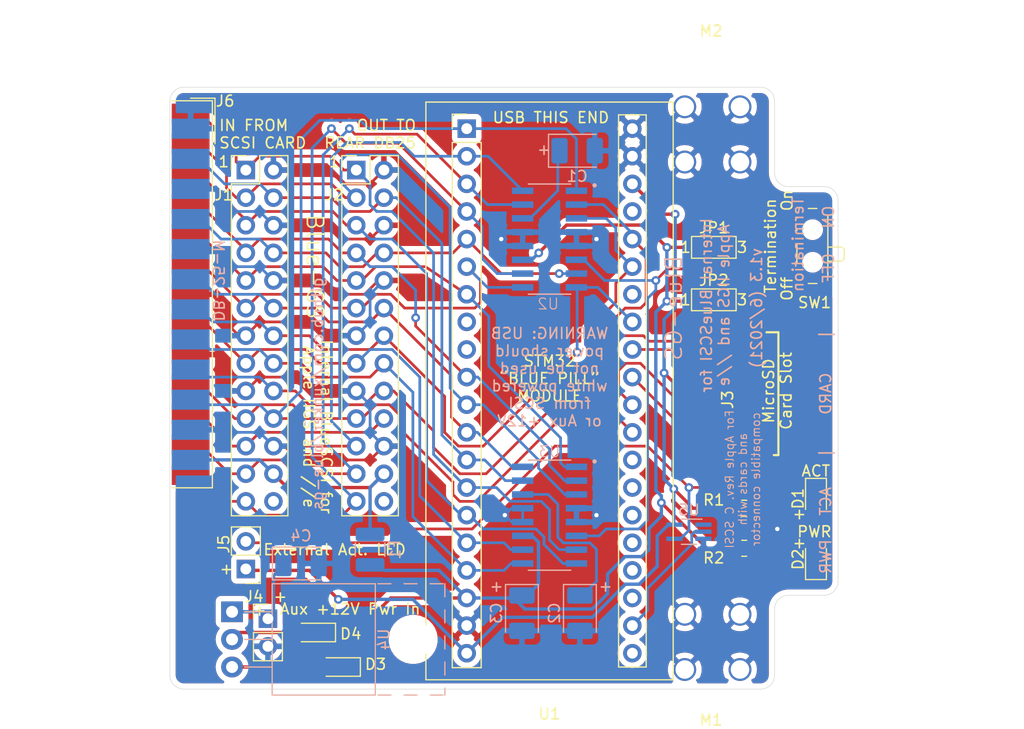
<source format=kicad_pcb>
(kicad_pcb (version 20171130) (host pcbnew "(5.1.8-0-10_14)")
  (layers (0 F.Cu signal) (31 B.Cu signal) (34 B.Paste user) (35 F.Paste user) (36 B.SilkS user) (37 F.SilkS user) (38 B.Mask user) (39 F.Mask user) (44 Edge.Cuts user))
  (net 0 "")
  (net 1 "Net-(U1-Pad37)")
  (net 2 "Net-(U1-Pad34)")
  (net 3 "Net-(U1-Pad8)")
  (net 4 "Net-(U1-Pad9)")
  (net 5 "Net-(U1-Pad28)")
  (net 6 "Net-(U1-Pad25)")
  (net 7 "Net-(U1-Pad24)")
  (net 8 "Net-(U1-Pad23)")
  (net 9 "Net-(U1-Pad21)")
  (net 10 "Net-(J1-Pad26)")
  (net 11 "Net-(J2-Pad26)")
  (net 12 +5V)
  (net 13 GND)
  (net 14 /SCSI_DB4)
  (net 15 /SCSI_DB2)
  (net 16 /SCSI_DB1)
  (net 17 /SCSI_DBP)
  (net 18 /SCSI_SEL)
  (net 19 /SCSI_ATN)
  (net 20 /SCSI_C_D)
  (net 21 /SCSI_DB7)
  (net 22 /SCSI_DB6)
  (net 23 /SCSI_DB5)
  (net 24 /SCSI_DB3)
  (net 25 /SCSI_DB0)
  (net 26 /SCSI_BSY)
  (net 27 /SCSI_ACK)
  (net 28 /SCSI_RST)
  (net 29 /SCSI_I_O)
  (net 30 /SCSI_MSG)
  (net 31 /SCSI_REQ)
  (net 32 /SD_MISO)
  (net 33 /SD_CSK)
  (net 34 +3V3)
  (net 35 /SD_MOSI)
  (net 36 /SD_CS)
  (net 37 "Net-(J3-Pad8)")
  (net 38 "Net-(J3-Pad1)")
  (net 39 "Net-(D2-Pad2)")
  (net 40 "Net-(C1-Pad1)")
  (net 41 "Net-(C2-Pad1)")
  (net 42 /TERM_DISC)
  (net 43 "Net-(D1-Pad1)")
  (net 44 /DEBUG_RX)
  (net 45 /DEBUG_TX)
  (net 46 "Net-(D4-Pad2)")
  (net 47 /+12V_AUX)
  (net 48 /TERM_EN)
  (net 49 /TERM_DIS)
  (net 50 /DISK_ACT)
  (net 51 /REG_OUT)
  (net 52 /SCSI_TERMPWR)
  (net 53 "Net-(D1-Pad2)")
  (net 54 "Net-(U5-Pad1)")
  (module Connector_Dsub:DSUB-25_Male_EdgeMount_P2.77mm (layer F.Cu) (at 127 66.04 270)
    (fp_text reference J6 (at -17.78 -3.175 180) (layer F.SilkS))
    (fp_text value DB25_Male)
    (pad 1 smd rect (at -16.62 0 270) (size 1.846667 3.48) (layers F.Cu F.Paste F.Mask) (net 31 /SCSI_REQ))
    (pad 2 smd rect (at -13.85 0 270) (size 1.846667 3.48) (layers F.Cu F.Paste F.Mask) (net 30 /SCSI_MSG))
    (pad 3 smd rect (at -11.08 0 270) (size 1.846667 3.48) (layers F.Cu F.Paste F.Mask) (net 29 /SCSI_I_O))
    (pad 4 smd rect (at -8.31 0 270) (size 1.846667 3.48) (layers F.Cu F.Paste F.Mask) (net 28 /SCSI_RST))
    (pad 5 smd rect (at -5.54 0 270) (size 1.846667 3.48) (layers F.Cu F.Paste F.Mask) (net 27 /SCSI_ACK))
    (pad 6 smd rect (at -2.77 0 270) (size 1.846667 3.48) (layers F.Cu F.Paste F.Mask) (net 26 /SCSI_BSY))
    (pad 7 smd rect (at 0 0 270) (size 1.846667 3.48) (layers F.Cu F.Paste F.Mask) (net 13 GND))
    (pad 8 smd rect (at 2.77 0 270) (size 1.846667 3.48) (layers F.Cu F.Paste F.Mask) (net 25 /SCSI_DB0))
    (pad 9 smd rect (at 5.54 0 270) (size 1.846667 3.48) (layers F.Cu F.Paste F.Mask) (net 13 GND))
    (pad 10 smd rect (at 8.31 0 270) (size 1.846667 3.48) (layers F.Cu F.Paste F.Mask) (net 24 /SCSI_DB3))
    (pad 11 smd rect (at 11.08 0 270) (size 1.846667 3.48) (layers F.Cu F.Paste F.Mask) (net 23 /SCSI_DB5))
    (pad 12 smd rect (at 13.85 0 270) (size 1.846667 3.48) (layers F.Cu F.Paste F.Mask) (net 22 /SCSI_DB6))
    (pad 13 smd rect (at 16.62 0 270) (size 1.846667 3.48) (layers F.Cu F.Paste F.Mask) (net 21 /SCSI_DB7))
    (pad 14 smd rect (at -15.235 0 270) (size 1.846667 3.48) (layers B.Cu B.Paste B.Mask) (net 13 GND))
    (pad 15 smd rect (at -12.465 0 270) (size 1.846667 3.48) (layers B.Cu B.Paste B.Mask) (net 20 /SCSI_C_D))
    (pad 16 smd rect (at -9.695 0 270) (size 1.846667 3.48) (layers B.Cu B.Paste B.Mask) (net 13 GND))
    (pad 17 smd rect (at -6.925 0 270) (size 1.846667 3.48) (layers B.Cu B.Paste B.Mask) (net 19 /SCSI_ATN))
    (pad 18 smd rect (at -4.155 0 270) (size 1.846667 3.48) (layers B.Cu B.Paste B.Mask) (net 13 GND))
    (pad 19 smd rect (at -1.385 0 270) (size 1.846667 3.48) (layers B.Cu B.Paste B.Mask) (net 18 /SCSI_SEL))
    (pad 20 smd rect (at 1.385 0 270) (size 1.846667 3.48) (layers B.Cu B.Paste B.Mask) (net 17 /SCSI_DBP))
    (pad 21 smd rect (at 4.155 0 270) (size 1.846667 3.48) (layers B.Cu B.Paste B.Mask) (net 16 /SCSI_DB1))
    (pad 22 smd rect (at 6.925 0 270) (size 1.846667 3.48) (layers B.Cu B.Paste B.Mask) (net 15 /SCSI_DB2))
    (pad 23 smd rect (at 9.695 0 270) (size 1.846667 3.48) (layers B.Cu B.Paste B.Mask) (net 14 /SCSI_DB4))
    (pad 24 smd rect (at 12.465 0 270) (size 1.846667 3.48) (layers B.Cu B.Paste B.Mask) (net 13 GND))
    (pad 25 smd rect (at 15.235 0 270) (size 1.846667 3.48) (layers B.Cu B.Paste B.Mask) (net 52 /SCSI_TERMPWR))
  )
  (module Package_TO_SOT_SMD:SOT-353_SC-70-5_Handsoldering (layer B.Cu) (at 172.847 87.884 180)
    (fp_text reference U5 (at 0 2) (layer B.SilkS) (effects (justify mirror)))
    (fp_text value NL17SZ07DFT2G)
    (pad 5 smd rect (at 1.33 0.65 180) (size 1.5 0.4) (layers B.Cu B.Paste B.Mask) (net 34 +3V3))
    (pad 4 smd rect (at 1.33 -0.65 180) (size 1.5 0.4) (layers B.Cu B.Paste B.Mask) (net 43 "Net-(D1-Pad1)"))
    (pad 3 smd rect (at -1.33 -0.65 180) (size 1.5 0.4) (layers B.Cu B.Paste B.Mask) (net 13 GND))
    (pad 2 smd rect (at -1.33 0 180) (size 1.5 0.4) (layers B.Cu B.Paste B.Mask) (net 50 /DISK_ACT))
    (pad 1 smd rect (at -1.33 0.65 180) (size 1.5 0.4) (layers B.Cu B.Paste B.Mask) (net 54 "Net-(U5-Pad1)"))
  )
  (module Package_TO_SOT_THT:TO-220-3_Horizontal_TabUp (layer B.Cu) (at 130.81 95.25 270)
    (fp_text reference U4 (at 2.54 -13.97 90) (layer B.SilkS) (effects (justify mirror)))
    (fp_text value MC7805CT-BP)
    (pad 3 thru_hole oval (at 5.08 0 270) (size 1.905 2) (drill 1.1) (layers *.Cu *.Mask) (net 51 /REG_OUT))
    (pad 2 thru_hole oval (at 2.54 0 270) (size 1.905 2) (drill 1.1) (layers *.Cu *.Mask) (net 46 "Net-(D4-Pad2)"))
    (pad 1 thru_hole rect (at 0 0 270) (size 1.905 2) (drill 1.1) (layers *.Cu *.Mask) (net 47 /+12V_AUX))
    (pad "" np_thru_hole oval (at 2.54 -16.66 270) (size 3.5 3.5) (drill 3.5) (layers *.Cu *.Mask))
  )
  (module "my library:keystone-7774" (layer F.Cu) (at 180.721 53.871 180)
    (fp_text reference M2 (at 5.842 12.065) (layer F.SilkS))
    (fp_text value Screw_Terminal_01x01)
    (pad 1 thru_hole circle (at 8.26 5.08 180) (size 2.1 2.1) (drill 1.7) (layers *.Cu *.Mask) (net 13 GND))
    (pad 1 thru_hole circle (at 3.18 5.08 180) (size 2.1 2.1) (drill 1.7) (layers *.Cu *.Mask) (net 13 GND))
    (pad 1 thru_hole circle (at 8.26 0 180) (size 2.1 2.1) (drill 1.7) (layers *.Cu *.Mask) (net 13 GND))
    (pad 1 thru_hole circle (at 3.18 0 180) (size 2.1 2.1) (drill 1.7) (layers *.Cu *.Mask) (net 13 GND))
  )
  (module "my library:keystone-7774" (layer F.Cu) (at 180.721 100.561 180)
    (fp_text reference M1 (at 5.842 -4.649) (layer F.SilkS))
    (fp_text value Screw_Terminal_01x01)
    (pad 1 thru_hole circle (at 8.26 5.08 180) (size 2.1 2.1) (drill 1.7) (layers *.Cu *.Mask) (net 13 GND))
    (pad 1 thru_hole circle (at 3.18 5.08 180) (size 2.1 2.1) (drill 1.7) (layers *.Cu *.Mask) (net 13 GND))
    (pad 1 thru_hole circle (at 8.26 0 180) (size 2.1 2.1) (drill 1.7) (layers *.Cu *.Mask) (net 13 GND))
    (pad 1 thru_hole circle (at 3.18 0 180) (size 2.1 2.1) (drill 1.7) (layers *.Cu *.Mask) (net 13 GND))
  )
  (module Connector_PinHeader_2.54mm:PinHeader_1x02_P2.54mm_Vertical (layer F.Cu) (at 132.08 91.313 180)
    (fp_text reference J5 (at 2.032 2.286 270) (layer F.SilkS))
    (fp_text value Conn_01x02_Male)
    (pad 2 thru_hole oval (at 0 2.54 180) (size 1.7 1.7) (drill 1) (layers *.Cu *.Mask) (net 43 "Net-(D1-Pad1)"))
    (pad 1 thru_hole rect (at 0 0 180) (size 1.7 1.7) (drill 1) (layers *.Cu *.Mask) (net 34 +3V3))
  )
  (module Fuse:Fuse_1210_3225Metric (layer B.Cu) (at 143.51 89.535 90)
    (fp_text reference F1 (at 0 2.28 270) (layer B.SilkS) (effects (justify mirror)))
    (fp_text value Fuse)
    (pad 2 smd roundrect (at 1.4 0 90) (size 1.25 2.65) (layers B.Cu B.Paste B.Mask) (roundrect_rratio 0.2) (net 52 /SCSI_TERMPWR))
    (pad 1 smd roundrect (at -1.4 0 90) (size 1.25 2.65) (layers B.Cu B.Paste B.Mask) (roundrect_rratio 0.2) (net 12 +5V))
  )
  (module Jumper:SolderJumper-3_P1.3mm_Open_Pad1.0x1.5mm_NumberLabels (layer F.Cu) (at 175.133 66.548)
    (fp_text reference JP2 (at 0 -1.8) (layer F.SilkS))
    (fp_text value Jumper_3_Open)
    (fp_text user 1 (at -2.6 0) (layer F.SilkS))
    (fp_text user 3 (at 2.6 0) (layer F.SilkS))
    (pad 1 smd rect (at -1.3 0) (size 1 1.5) (layers F.Cu F.Mask) (net 12 +5V))
    (pad 2 smd rect (at 0 0) (size 1 1.5) (layers F.Cu F.Mask) (net 49 /TERM_DIS))
    (pad 3 smd rect (at 1.3 0) (size 1 1.5) (layers F.Cu F.Mask) (net 13 GND))
  )
  (module Jumper:SolderJumper-3_P1.3mm_Open_Pad1.0x1.5mm_NumberLabels (layer F.Cu) (at 175.133 61.722)
    (fp_text reference JP1 (at 0 -1.8) (layer F.SilkS))
    (fp_text value Jumper_3_Open)
    (fp_text user 1 (at -2.6 0) (layer F.SilkS))
    (fp_text user 3 (at 2.6 0) (layer F.SilkS))
    (pad 1 smd rect (at -1.3 0) (size 1 1.5) (layers F.Cu F.Mask) (net 12 +5V))
    (pad 2 smd rect (at 0 0) (size 1 1.5) (layers F.Cu F.Mask) (net 48 /TERM_EN))
    (pad 3 smd rect (at 1.3 0) (size 1 1.5) (layers F.Cu F.Mask) (net 13 GND))
  )
  (module "Molex 105162-0001:105162-0001" (layer F.Cu) (at 174.625 75.184 90)
    (fp_text reference J3 (at -0.549 1.778 90) (layer F.SilkS))
    (fp_text value 105162-0001)
    (pad 1 smd rect (at 3.55 7.34 90) (size 0.5 1) (layers F.Cu F.Paste F.Mask) (net 38 "Net-(J3-Pad1)"))
    (pad 2 smd rect (at 2.45 7.34 90) (size 0.5 1) (layers F.Cu F.Paste F.Mask) (net 36 /SD_CS))
    (pad 3 smd rect (at 1.35 7.34 90) (size 0.5 1) (layers F.Cu F.Paste F.Mask) (net 35 /SD_MOSI))
    (pad 4 smd rect (at 0.25 7.34 90) (size 0.5 1) (layers F.Cu F.Paste F.Mask) (net 34 +3V3))
    (pad 5 smd rect (at -0.85 7.34 90) (size 0.5 1) (layers F.Cu F.Paste F.Mask) (net 33 /SD_CSK))
    (pad 6 smd rect (at -1.95 7.34 90) (size 0.5 1) (layers F.Cu F.Paste F.Mask) (net 13 GND))
    (pad 7 smd rect (at -3.05 7.34 90) (size 0.5 1) (layers F.Cu F.Paste F.Mask) (net 32 /SD_MISO))
    (pad 8 smd rect (at -4.15 7.34 90) (size 0.5 1) (layers F.Cu F.Paste F.Mask) (net 37 "Net-(J3-Pad8)"))
    (pad 9 smd rect (at 5.31 4.66 90) (size 0.72 0.78) (layers F.Cu F.Paste F.Mask) (net 13 GND))
    (pad 10 smd rect (at 5.325 3.39 90) (size 1.05 1.08) (layers F.Cu F.Paste F.Mask) (net 13 GND))
    (pad 11 smd rect (at 5.325 0.78 90) (size 1.05 1.2) (layers F.Cu F.Paste F.Mask) (net 13 GND))
    (pad 12 smd rect (at -5.325 1.35 90) (size 1.05 1.2) (layers F.Cu F.Paste F.Mask) (net 13 GND))
    (pad 13 smd rect (at -5.325 4.535 90) (size 1.05 2.39) (layers F.Cu F.Paste F.Mask) (net 13 GND))
    (pad 14 smd rect (at 1.986 0.105 90) (size 2.91 0.55) (layers F.Cu F.Paste F.Mask))
    (pad 15 smd rect (at -2.204 0.105 90) (size 2.91 0.55) (layers F.Cu F.Paste F.Mask))
  )
  (module Diode_SMD:D_SOD-323_HandSoldering (layer F.Cu) (at 138.43 97.155 180)
    (fp_text reference D4 (at -3.302 -0.127) (layer F.SilkS))
    (fp_text value 1N4001)
    (pad 2 smd rect (at 1.25 0 180) (size 1 1) (layers F.Cu F.Paste F.Mask) (net 46 "Net-(D4-Pad2)"))
    (pad 1 smd rect (at -1.25 0 180) (size 1 1) (layers F.Cu F.Paste F.Mask) (net 13 GND))
  )
  (module Diode_SMD:D_SOD-323_HandSoldering (layer F.Cu) (at 140.716 100.33 180)
    (fp_text reference D3 (at -3.302 0.254) (layer F.SilkS))
    (fp_text value 1N4001)
    (pad 2 smd rect (at 1.25 0 180) (size 1 1) (layers F.Cu F.Paste F.Mask) (net 51 /REG_OUT))
    (pad 1 smd rect (at -1.25 0 180) (size 1 1) (layers F.Cu F.Paste F.Mask) (net 12 +5V))
  )
  (module Connector_PinHeader_2.54mm:PinHeader_1x02_P2.54mm_Vertical (layer F.Cu) (at 134.112 95.885)
    (fp_text reference J4 (at -1.27 -2.032 180) (layer F.SilkS))
    (fp_text value Conn_01x02_Male)
    (pad 2 thru_hole oval (at 0 2.54) (size 1.7 1.7) (drill 1) (layers *.Cu *.Mask) (net 13 GND))
    (pad 1 thru_hole rect (at 0 0) (size 1.7 1.7) (drill 1) (layers *.Cu *.Mask) (net 47 /+12V_AUX))
  )
  (module Capacitor_Tantalum_SMD:CP_EIA-3528-21_Kemet-B_Pad1.50x2.35mm_HandSolder (layer B.Cu) (at 137.16 90.805)
    (fp_text reference C4 (at 0 -2.54 180) (layer B.SilkS) (effects (justify mirror)))
    (fp_text value 10uF)
    (pad 2 smd roundrect (at 1.625 0) (size 1.5 2.35) (layers B.Cu B.Paste B.Mask) (roundrect_rratio 0.1666666666666667) (net 13 GND))
    (pad 1 smd roundrect (at -1.625 0) (size 1.5 2.35) (layers B.Cu B.Paste B.Mask) (roundrect_rratio 0.1666666666666667) (net 47 /+12V_AUX))
  )
  (module Button_Switch_SMD:SW_SPDT_PCM12 (layer F.Cu) (at 183.896 61.595 90)
    (fp_text reference SW1 (at -5.207 0.508) (layer F.SilkS))
    (fp_text value SW_SPDT)
    (pad "" np_thru_hole circle (at -1.5 0.33 90) (size 0.9 0.9) (drill 0.9) (layers *.Cu *.Mask))
    (pad "" np_thru_hole circle (at 1.5 0.33 90) (size 0.9 0.9) (drill 0.9) (layers *.Cu *.Mask))
    (pad 1 smd rect (at -2.25 -1.43 90) (size 0.7 1.5) (layers F.Cu F.Paste F.Mask) (net 49 /TERM_DIS))
    (pad 2 smd rect (at 0.75 -1.43 90) (size 0.7 1.5) (layers F.Cu F.Paste F.Mask) (net 42 /TERM_DISC))
    (pad 3 smd rect (at 2.25 -1.43 90) (size 0.7 1.5) (layers F.Cu F.Paste F.Mask) (net 48 /TERM_EN))
    (pad "" smd rect (at -3.65 1.43 90) (size 1 0.8) (layers F.Cu F.Paste F.Mask))
    (pad "" smd rect (at 3.65 1.43 90) (size 1 0.8) (layers F.Cu F.Paste F.Mask))
    (pad "" smd rect (at 3.65 -0.78 90) (size 1 0.8) (layers F.Cu F.Paste F.Mask))
    (pad "" smd rect (at -3.65 -0.78 90) (size 1 0.8) (layers F.Cu F.Paste F.Mask))
  )
  (module Capacitor_Tantalum_SMD:CP_EIA-3528-21_Kemet-B_Pad1.50x2.35mm_HandSolder (layer B.Cu) (at 157.48 95.377 270)
    (fp_text reference C3 (at 0 2.35 90) (layer B.SilkS) (effects (justify mirror)))
    (fp_text value "4.7uF, 6.3v")
    (pad 2 smd roundrect (at 1.625 0 270) (size 1.5 2.35) (layers B.Cu B.Paste B.Mask) (roundrect_rratio 0.1666666666666667) (net 13 GND))
    (pad 1 smd roundrect (at -1.625 0 270) (size 1.5 2.35) (layers B.Cu B.Paste B.Mask) (roundrect_rratio 0.1666666666666667) (net 12 +5V))
  )
  (module Capacitor_Tantalum_SMD:CP_EIA-3528-21_Kemet-B_Pad1.50x2.35mm_HandSolder (layer B.Cu) (at 162.814 95.377 270)
    (fp_text reference C2 (at 0 2.35 90) (layer B.SilkS) (effects (justify mirror)))
    (fp_text value "4.7uF, 6.3v")
    (pad 2 smd roundrect (at 1.625 0 270) (size 1.5 2.35) (layers B.Cu B.Paste B.Mask) (roundrect_rratio 0.1666666666666667) (net 13 GND))
    (pad 1 smd roundrect (at -1.625 0 270) (size 1.5 2.35) (layers B.Cu B.Paste B.Mask) (roundrect_rratio 0.1666666666666667) (net 41 "Net-(C2-Pad1)"))
  )
  (module Capacitor_Tantalum_SMD:CP_EIA-3528-21_Kemet-B_Pad1.50x2.35mm_HandSolder (layer B.Cu) (at 162.56 52.832)
    (fp_text reference C1 (at 0 2.35) (layer B.SilkS) (effects (justify mirror)))
    (fp_text value "4.7uF, 6.3v")
    (pad 2 smd roundrect (at 1.625 0) (size 1.5 2.35) (layers B.Cu B.Paste B.Mask) (roundrect_rratio 0.1666666666666667) (net 13 GND))
    (pad 1 smd roundrect (at -1.625 0) (size 1.5 2.35) (layers B.Cu B.Paste B.Mask) (roundrect_rratio 0.1666666666666667) (net 40 "Net-(C1-Pad1)"))
  )
  (module LED_SMD:LED_0805_2012Metric_Pad1.15x1.40mm_HandSolder (layer F.Cu) (at 184.531 90.424 90)
    (fp_text reference D2 (at 0 -1.65 90) (layer F.SilkS))
    (fp_text value LED)
    (pad 2 smd roundrect (at 1.025 0 90) (size 1.15 1.4) (layers F.Cu F.Paste F.Mask) (roundrect_rratio 0.2173904347826087) (net 39 "Net-(D2-Pad2)"))
    (pad 1 smd roundrect (at -1.025 0 90) (size 1.15 1.4) (layers F.Cu F.Paste F.Mask) (roundrect_rratio 0.2173904347826087) (net 13 GND))
  )
  (module LED_SMD:LED_0805_2012Metric_Pad1.15x1.40mm_HandSolder (layer F.Cu) (at 184.531 84.836 270)
    (fp_text reference D1 (at 0 1.651 90) (layer F.SilkS))
    (fp_text value LED)
    (pad 2 smd roundrect (at 1.025 0 270) (size 1.15 1.4) (layers F.Cu F.Paste F.Mask) (roundrect_rratio 0.2173904347826087) (net 53 "Net-(D1-Pad2)"))
    (pad 1 smd roundrect (at -1.025 0 270) (size 1.15 1.4) (layers F.Cu F.Paste F.Mask) (roundrect_rratio 0.2173904347826087) (net 43 "Net-(D1-Pad1)"))
  )
  (module Resistor_SMD:R_0805_2012Metric_Pad1.20x1.40mm_HandSolder (layer F.Cu) (at 177.927 89.408 180)
    (fp_text reference R2 (at 2.794 -0.889) (layer F.SilkS))
    (fp_text value 1K)
    (pad 2 smd roundrect (at 1 0 180) (size 1.2 1.4) (layers F.Cu F.Paste F.Mask) (roundrect_rratio 0.2083325) (net 12 +5V))
    (pad 1 smd roundrect (at -1 0 180) (size 1.2 1.4) (layers F.Cu F.Paste F.Mask) (roundrect_rratio 0.2083325) (net 39 "Net-(D2-Pad2)"))
  )
  (module Resistor_SMD:R_0805_2012Metric_Pad1.20x1.40mm_HandSolder (layer F.Cu) (at 177.927 85.725)
    (fp_text reference R1 (at -2.794 -0.762) (layer F.SilkS))
    (fp_text value 470)
    (pad 2 smd roundrect (at 1 0) (size 1.2 1.4) (layers F.Cu F.Paste F.Mask) (roundrect_rratio 0.2083325) (net 53 "Net-(D1-Pad2)"))
    (pad 1 smd roundrect (at -1 0) (size 1.2 1.4) (layers F.Cu F.Paste F.Mask) (roundrect_rratio 0.2083325) (net 34 +3V3))
  )
  (module Connector_PinHeader_2.54mm:PinHeader_2x13_P2.54mm_Vertical (layer F.Cu) (at 142.24 54.61)
    (fp_text reference J2 (at -2.032 2.286) (layer F.SilkS))
    (fp_text value Conn_02x13_Odd_Even)
    (pad 26 thru_hole oval (at 2.54 30.48) (size 1.7 1.7) (drill 1) (layers *.Cu *.Mask) (net 11 "Net-(J2-Pad26)"))
    (pad 25 thru_hole oval (at 0 30.48) (size 1.7 1.7) (drill 1) (layers *.Cu *.Mask) (net 21 /SCSI_DB7))
    (pad 24 thru_hole oval (at 2.54 27.94) (size 1.7 1.7) (drill 1) (layers *.Cu *.Mask) (net 52 /SCSI_TERMPWR))
    (pad 23 thru_hole oval (at 0 27.94) (size 1.7 1.7) (drill 1) (layers *.Cu *.Mask) (net 22 /SCSI_DB6))
    (pad 22 thru_hole oval (at 2.54 25.4) (size 1.7 1.7) (drill 1) (layers *.Cu *.Mask) (net 13 GND))
    (pad 21 thru_hole oval (at 0 25.4) (size 1.7 1.7) (drill 1) (layers *.Cu *.Mask) (net 23 /SCSI_DB5))
    (pad 20 thru_hole oval (at 2.54 22.86) (size 1.7 1.7) (drill 1) (layers *.Cu *.Mask) (net 14 /SCSI_DB4))
    (pad 19 thru_hole oval (at 0 22.86) (size 1.7 1.7) (drill 1) (layers *.Cu *.Mask) (net 24 /SCSI_DB3))
    (pad 18 thru_hole oval (at 2.54 20.32) (size 1.7 1.7) (drill 1) (layers *.Cu *.Mask) (net 15 /SCSI_DB2))
    (pad 17 thru_hole oval (at 0 20.32) (size 1.7 1.7) (drill 1) (layers *.Cu *.Mask) (net 13 GND))
    (pad 16 thru_hole oval (at 2.54 17.78) (size 1.7 1.7) (drill 1) (layers *.Cu *.Mask) (net 16 /SCSI_DB1))
    (pad 15 thru_hole oval (at 0 17.78) (size 1.7 1.7) (drill 1) (layers *.Cu *.Mask) (net 25 /SCSI_DB0))
    (pad 14 thru_hole oval (at 2.54 15.24) (size 1.7 1.7) (drill 1) (layers *.Cu *.Mask) (net 17 /SCSI_DBP))
    (pad 13 thru_hole oval (at 0 15.24) (size 1.7 1.7) (drill 1) (layers *.Cu *.Mask) (net 13 GND))
    (pad 12 thru_hole oval (at 2.54 12.7) (size 1.7 1.7) (drill 1) (layers *.Cu *.Mask) (net 18 /SCSI_SEL))
    (pad 11 thru_hole oval (at 0 12.7) (size 1.7 1.7) (drill 1) (layers *.Cu *.Mask) (net 26 /SCSI_BSY))
    (pad 10 thru_hole oval (at 2.54 10.16) (size 1.7 1.7) (drill 1) (layers *.Cu *.Mask) (net 13 GND))
    (pad 9 thru_hole oval (at 0 10.16) (size 1.7 1.7) (drill 1) (layers *.Cu *.Mask) (net 27 /SCSI_ACK))
    (pad 8 thru_hole oval (at 2.54 7.62) (size 1.7 1.7) (drill 1) (layers *.Cu *.Mask) (net 19 /SCSI_ATN))
    (pad 7 thru_hole oval (at 0 7.62) (size 1.7 1.7) (drill 1) (layers *.Cu *.Mask) (net 28 /SCSI_RST))
    (pad 6 thru_hole oval (at 2.54 5.08) (size 1.7 1.7) (drill 1) (layers *.Cu *.Mask) (net 13 GND))
    (pad 5 thru_hole oval (at 0 5.08) (size 1.7 1.7) (drill 1) (layers *.Cu *.Mask) (net 29 /SCSI_I_O))
    (pad 4 thru_hole oval (at 2.54 2.54) (size 1.7 1.7) (drill 1) (layers *.Cu *.Mask) (net 20 /SCSI_C_D))
    (pad 3 thru_hole oval (at 0 2.54) (size 1.7 1.7) (drill 1) (layers *.Cu *.Mask) (net 30 /SCSI_MSG))
    (pad 2 thru_hole oval (at 2.54 0) (size 1.7 1.7) (drill 1) (layers *.Cu *.Mask) (net 13 GND))
    (pad 1 thru_hole rect (at 0 0) (size 1.7 1.7) (drill 1) (layers *.Cu *.Mask) (net 31 /SCSI_REQ))
  )
  (module "my library:YAAJ_BluePill_2" (layer F.Cu) (at 152.4 50.8)
    (fp_text reference U1 (at 7.62 53.848) (layer F.SilkS))
    (fp_text value YAAJ_BluePill hide)
    (pad 40 thru_hole circle (at 15.24 0) (size 1.7 1.7) (drill 1) (layers *.Cu *.Mask) (net 13 GND))
    (pad 1 thru_hole rect (at 0 0) (size 1.7 1.7) (drill 1) (layers *.Cu *.Mask) (net 14 /SCSI_DB4))
    (pad 39 thru_hole circle (at 15.24 2.54) (size 1.7 1.7) (drill 1) (layers *.Cu *.Mask) (net 13 GND))
    (pad 2 thru_hole circle (at 0 2.54) (size 1.7 1.7) (drill 1) (layers *.Cu *.Mask) (net 23 /SCSI_DB5))
    (pad 38 thru_hole circle (at 15.24 5.08) (size 1.7 1.7) (drill 1) (layers *.Cu *.Mask) (net 34 +3V3))
    (pad 3 thru_hole circle (at 0 5.08) (size 1.7 1.7) (drill 1) (layers *.Cu *.Mask) (net 22 /SCSI_DB6))
    (pad 37 thru_hole circle (at 15.24 7.62) (size 1.7 1.7) (drill 1) (layers *.Cu *.Mask) (net 1 "Net-(U1-Pad37)"))
    (pad 4 thru_hole circle (at 0 7.62) (size 1.7 1.7) (drill 1) (layers *.Cu *.Mask) (net 21 /SCSI_DB7))
    (pad 36 thru_hole circle (at 15.24 10.16) (size 1.7 1.7) (drill 1) (layers *.Cu *.Mask) (net 24 /SCSI_DB3))
    (pad 5 thru_hole circle (at 0 10.16) (size 1.7 1.7) (drill 1) (layers *.Cu *.Mask) (net 19 /SCSI_ATN))
    (pad 35 thru_hole circle (at 15.24 12.7) (size 1.7 1.7) (drill 1) (layers *.Cu *.Mask) (net 15 /SCSI_DB2))
    (pad 6 thru_hole circle (at 0 12.7) (size 1.7 1.7) (drill 1) (layers *.Cu *.Mask) (net 26 /SCSI_BSY))
    (pad 34 thru_hole circle (at 15.24 15.24) (size 1.7 1.7) (drill 1) (layers *.Cu *.Mask) (net 2 "Net-(U1-Pad34)"))
    (pad 7 thru_hole circle (at 0 15.24) (size 1.7 1.7) (drill 1) (layers *.Cu *.Mask) (net 27 /SCSI_ACK))
    (pad 33 thru_hole circle (at 15.24 17.78) (size 1.7 1.7) (drill 1) (layers *.Cu *.Mask) (net 17 /SCSI_DBP))
    (pad 8 thru_hole circle (at 0 17.78) (size 1.7 1.7) (drill 1) (layers *.Cu *.Mask) (net 3 "Net-(U1-Pad8)"))
    (pad 32 thru_hole circle (at 15.24 20.32) (size 1.7 1.7) (drill 1) (layers *.Cu *.Mask) (net 35 /SD_MOSI))
    (pad 9 thru_hole circle (at 0 20.32) (size 1.7 1.7) (drill 1) (layers *.Cu *.Mask) (net 4 "Net-(U1-Pad9)"))
    (pad 31 thru_hole circle (at 15.24 22.86) (size 1.7 1.7) (drill 1) (layers *.Cu *.Mask) (net 32 /SD_MISO))
    (pad 10 thru_hole circle (at 0 22.86) (size 1.7 1.7) (drill 1) (layers *.Cu *.Mask) (net 28 /SCSI_RST))
    (pad 30 thru_hole circle (at 15.24 25.4) (size 1.7 1.7) (drill 1) (layers *.Cu *.Mask) (net 33 /SD_CSK))
    (pad 11 thru_hole circle (at 0 25.4) (size 1.7 1.7) (drill 1) (layers *.Cu *.Mask) (net 30 /SCSI_MSG))
    (pad 29 thru_hole circle (at 15.24 27.94) (size 1.7 1.7) (drill 1) (layers *.Cu *.Mask) (net 36 /SD_CS))
    (pad 12 thru_hole circle (at 0 27.94) (size 1.7 1.7) (drill 1) (layers *.Cu *.Mask) (net 18 /SCSI_SEL))
    (pad 28 thru_hole circle (at 15.24 30.48) (size 1.7 1.7) (drill 1) (layers *.Cu *.Mask) (net 5 "Net-(U1-Pad28)"))
    (pad 13 thru_hole circle (at 0 30.48) (size 1.7 1.7) (drill 1) (layers *.Cu *.Mask) (net 20 /SCSI_C_D))
    (pad 27 thru_hole circle (at 15.24 33.02) (size 1.7 1.7) (drill 1) (layers *.Cu *.Mask) (net 44 /DEBUG_RX))
    (pad 14 thru_hole circle (at 0 33.02) (size 1.7 1.7) (drill 1) (layers *.Cu *.Mask) (net 31 /SCSI_REQ))
    (pad 26 thru_hole circle (at 15.24 35.56) (size 1.7 1.7) (drill 1) (layers *.Cu *.Mask) (net 45 /DEBUG_TX))
    (pad 15 thru_hole circle (at 0 35.56) (size 1.7 1.7) (drill 1) (layers *.Cu *.Mask) (net 29 /SCSI_I_O))
    (pad 25 thru_hole circle (at 15.24 38.1) (size 1.7 1.7) (drill 1) (layers *.Cu *.Mask) (net 6 "Net-(U1-Pad25)"))
    (pad 16 thru_hole circle (at 0 38.1) (size 1.7 1.7) (drill 1) (layers *.Cu *.Mask) (net 25 /SCSI_DB0))
    (pad 24 thru_hole circle (at 15.24 40.64) (size 1.7 1.7) (drill 1) (layers *.Cu *.Mask) (net 7 "Net-(U1-Pad24)"))
    (pad 17 thru_hole circle (at 0 40.64) (size 1.7 1.7) (drill 1) (layers *.Cu *.Mask) (net 16 /SCSI_DB1))
    (pad 23 thru_hole circle (at 15.24 43.18) (size 1.7 1.7) (drill 1) (layers *.Cu *.Mask) (net 8 "Net-(U1-Pad23)"))
    (pad 18 thru_hole circle (at 0 43.18) (size 1.7 1.7) (drill 1) (layers *.Cu *.Mask) (net 12 +5V))
    (pad 22 thru_hole circle (at 15.24 45.72) (size 1.7 1.7) (drill 1) (layers *.Cu *.Mask) (net 50 /DISK_ACT))
    (pad 19 thru_hole circle (at 0 45.72) (size 1.7 1.7) (drill 1) (layers *.Cu *.Mask) (net 13 GND))
    (pad 21 thru_hole circle (at 15.24 48.26) (size 1.7 1.7) (drill 1) (layers *.Cu *.Mask) (net 9 "Net-(U1-Pad21)"))
    (pad 20 thru_hole circle (at 0 48.26) (size 1.7 1.7) (drill 1) (layers *.Cu *.Mask) (net 34 +3V3))
  )
  (module "my library:SOIC127P600X175-16N" (layer B.Cu) (at 160.02 86.36 180)
    (fp_text reference U3 (at 0 5.842) (layer B.SilkS) (effects (font (thickness 0.1)) (justify mirror)))
    (fp_text value "UC560x, UCC56xx")
    (pad 1 smd rect (at -2.475 4.445 180) (size 1.97 0.6) (layers B.Cu B.Paste B.Mask) (net 27 /SCSI_ACK))
    (pad 2 smd rect (at -2.475 3.175 180) (size 1.97 0.6) (layers B.Cu B.Paste B.Mask) (net 28 /SCSI_RST))
    (pad 3 smd rect (at -2.475 1.905 180) (size 1.97 0.6) (layers B.Cu B.Paste B.Mask) (net 30 /SCSI_MSG))
    (pad 4 smd rect (at -2.475 0.635 180) (size 1.97 0.6) (layers B.Cu B.Paste B.Mask) (net 13 GND))
    (pad 5 smd rect (at -2.475 -0.635 180) (size 1.97 0.6) (layers B.Cu B.Paste B.Mask) (net 13 GND))
    (pad 6 smd rect (at -2.475 -1.905 180) (size 1.97 0.6) (layers B.Cu B.Paste B.Mask) (net 42 /TERM_DISC))
    (pad 7 smd rect (at -2.475 -3.175 180) (size 1.97 0.6) (layers B.Cu B.Paste B.Mask) (net 31 /SCSI_REQ))
    (pad 8 smd rect (at -2.475 -4.445 180) (size 1.97 0.6) (layers B.Cu B.Paste B.Mask) (net 29 /SCSI_I_O))
    (pad 9 smd rect (at 2.475 -4.445 180) (size 1.97 0.6) (layers B.Cu B.Paste B.Mask) (net 16 /SCSI_DB1))
    (pad 10 smd rect (at 2.475 -3.175 180) (size 1.97 0.6) (layers B.Cu B.Paste B.Mask) (net 25 /SCSI_DB0))
    (pad 11 smd rect (at 2.475 -1.905 180) (size 1.97 0.6) (layers B.Cu B.Paste B.Mask) (net 12 +5V))
    (pad 12 smd rect (at 2.475 -0.635 180) (size 1.97 0.6) (layers B.Cu B.Paste B.Mask) (net 13 GND))
    (pad 13 smd rect (at 2.475 0.635 180) (size 1.97 0.6) (layers B.Cu B.Paste B.Mask) (net 13 GND))
    (pad 14 smd rect (at 2.475 1.905 180) (size 1.97 0.6) (layers B.Cu B.Paste B.Mask) (net 41 "Net-(C2-Pad1)"))
    (pad 15 smd rect (at 2.475 3.175 180) (size 1.97 0.6) (layers B.Cu B.Paste B.Mask) (net 20 /SCSI_C_D))
    (pad 16 smd rect (at 2.475 4.445 180) (size 1.97 0.6) (layers B.Cu B.Paste B.Mask) (net 18 /SCSI_SEL))
  )
  (module "my library:SOIC127P600X175-16N" (layer B.Cu) (at 160.02 60.96 180)
    (fp_text reference U2 (at 0.127 -5.969) (layer B.SilkS) (effects (font (thickness 0.1)) (justify mirror)))
    (fp_text value "UC560x, UCC56xx")
    (pad 1 smd rect (at -2.475 4.445 180) (size 1.97 0.6) (layers B.Cu B.Paste B.Mask) (net 14 /SCSI_DB4))
    (pad 2 smd rect (at -2.475 3.175 180) (size 1.97 0.6) (layers B.Cu B.Paste B.Mask) (net 24 /SCSI_DB3))
    (pad 3 smd rect (at -2.475 1.905 180) (size 1.97 0.6) (layers B.Cu B.Paste B.Mask) (net 15 /SCSI_DB2))
    (pad 4 smd rect (at -2.475 0.635 180) (size 1.97 0.6) (layers B.Cu B.Paste B.Mask) (net 13 GND))
    (pad 5 smd rect (at -2.475 -0.635 180) (size 1.97 0.6) (layers B.Cu B.Paste B.Mask) (net 13 GND))
    (pad 6 smd rect (at -2.475 -1.905 180) (size 1.97 0.6) (layers B.Cu B.Paste B.Mask) (net 42 /TERM_DISC))
    (pad 7 smd rect (at -2.475 -3.175 180) (size 1.97 0.6) (layers B.Cu B.Paste B.Mask) (net 19 /SCSI_ATN))
    (pad 8 smd rect (at -2.475 -4.445 180) (size 1.97 0.6) (layers B.Cu B.Paste B.Mask) (net 17 /SCSI_DBP))
    (pad 9 smd rect (at 2.475 -4.445 180) (size 1.97 0.6) (layers B.Cu B.Paste B.Mask) (net 26 /SCSI_BSY))
    (pad 10 smd rect (at 2.475 -3.175 180) (size 1.97 0.6) (layers B.Cu B.Paste B.Mask) (net 21 /SCSI_DB7))
    (pad 11 smd rect (at 2.475 -1.905 180) (size 1.97 0.6) (layers B.Cu B.Paste B.Mask) (net 12 +5V))
    (pad 12 smd rect (at 2.475 -0.635 180) (size 1.97 0.6) (layers B.Cu B.Paste B.Mask) (net 13 GND))
    (pad 13 smd rect (at 2.475 0.635 180) (size 1.97 0.6) (layers B.Cu B.Paste B.Mask) (net 13 GND))
    (pad 14 smd rect (at 2.475 1.905 180) (size 1.97 0.6) (layers B.Cu B.Paste B.Mask) (net 40 "Net-(C1-Pad1)"))
    (pad 15 smd rect (at 2.475 3.175 180) (size 1.97 0.6) (layers B.Cu B.Paste B.Mask) (net 22 /SCSI_DB6))
    (pad 16 smd rect (at 2.475 4.445 180) (size 1.97 0.6) (layers B.Cu B.Paste B.Mask) (net 23 /SCSI_DB5))
  )
  (module Connector_PinHeader_2.54mm:PinHeader_2x13_P2.54mm_Vertical (layer F.Cu) (at 132.08 54.61)
    (fp_text reference J1 (at -2.032 2.286) (layer F.SilkS))
    (fp_text value Conn_02x13_Odd_Even)
    (pad 26 thru_hole oval (at 2.54 30.48) (size 1.7 1.7) (drill 1) (layers *.Cu *.Mask) (net 10 "Net-(J1-Pad26)"))
    (pad 25 thru_hole oval (at 0 30.48) (size 1.7 1.7) (drill 1) (layers *.Cu *.Mask) (net 21 /SCSI_DB7))
    (pad 24 thru_hole oval (at 2.54 27.94) (size 1.7 1.7) (drill 1) (layers *.Cu *.Mask) (net 52 /SCSI_TERMPWR))
    (pad 23 thru_hole oval (at 0 27.94) (size 1.7 1.7) (drill 1) (layers *.Cu *.Mask) (net 22 /SCSI_DB6))
    (pad 22 thru_hole oval (at 2.54 25.4) (size 1.7 1.7) (drill 1) (layers *.Cu *.Mask) (net 13 GND))
    (pad 21 thru_hole oval (at 0 25.4) (size 1.7 1.7) (drill 1) (layers *.Cu *.Mask) (net 23 /SCSI_DB5))
    (pad 20 thru_hole oval (at 2.54 22.86) (size 1.7 1.7) (drill 1) (layers *.Cu *.Mask) (net 14 /SCSI_DB4))
    (pad 19 thru_hole oval (at 0 22.86) (size 1.7 1.7) (drill 1) (layers *.Cu *.Mask) (net 24 /SCSI_DB3))
    (pad 18 thru_hole oval (at 2.54 20.32) (size 1.7 1.7) (drill 1) (layers *.Cu *.Mask) (net 15 /SCSI_DB2))
    (pad 17 thru_hole oval (at 0 20.32) (size 1.7 1.7) (drill 1) (layers *.Cu *.Mask) (net 13 GND))
    (pad 16 thru_hole oval (at 2.54 17.78) (size 1.7 1.7) (drill 1) (layers *.Cu *.Mask) (net 16 /SCSI_DB1))
    (pad 15 thru_hole oval (at 0 17.78) (size 1.7 1.7) (drill 1) (layers *.Cu *.Mask) (net 25 /SCSI_DB0))
    (pad 14 thru_hole oval (at 2.54 15.24) (size 1.7 1.7) (drill 1) (layers *.Cu *.Mask) (net 17 /SCSI_DBP))
    (pad 13 thru_hole oval (at 0 15.24) (size 1.7 1.7) (drill 1) (layers *.Cu *.Mask) (net 13 GND))
    (pad 12 thru_hole oval (at 2.54 12.7) (size 1.7 1.7) (drill 1) (layers *.Cu *.Mask) (net 18 /SCSI_SEL))
    (pad 11 thru_hole oval (at 0 12.7) (size 1.7 1.7) (drill 1) (layers *.Cu *.Mask) (net 26 /SCSI_BSY))
    (pad 10 thru_hole oval (at 2.54 10.16) (size 1.7 1.7) (drill 1) (layers *.Cu *.Mask) (net 13 GND))
    (pad 9 thru_hole oval (at 0 10.16) (size 1.7 1.7) (drill 1) (layers *.Cu *.Mask) (net 27 /SCSI_ACK))
    (pad 8 thru_hole oval (at 2.54 7.62) (size 1.7 1.7) (drill 1) (layers *.Cu *.Mask) (net 19 /SCSI_ATN))
    (pad 7 thru_hole oval (at 0 7.62) (size 1.7 1.7) (drill 1) (layers *.Cu *.Mask) (net 28 /SCSI_RST))
    (pad 6 thru_hole oval (at 2.54 5.08) (size 1.7 1.7) (drill 1) (layers *.Cu *.Mask) (net 13 GND))
    (pad 5 thru_hole oval (at 0 5.08) (size 1.7 1.7) (drill 1) (layers *.Cu *.Mask) (net 29 /SCSI_I_O))
    (pad 4 thru_hole oval (at 2.54 2.54) (size 1.7 1.7) (drill 1) (layers *.Cu *.Mask) (net 20 /SCSI_C_D))
    (pad 3 thru_hole oval (at 0 2.54) (size 1.7 1.7) (drill 1) (layers *.Cu *.Mask) (net 30 /SCSI_MSG))
    (pad 2 thru_hole oval (at 2.54 0) (size 1.7 1.7) (drill 1) (layers *.Cu *.Mask) (net 13 GND))
    (pad 1 thru_hole rect (at 0 0) (size 1.7 1.7) (drill 1) (layers *.Cu *.Mask) (net 31 /SCSI_REQ))
  )
  (gr_text DB-25-M (at 129.54 64.77 270) (layer B.SilkS) (effects (font (size 1 1)) (justify mirror)))
  (gr_text + (at 183.007 88.9) (layer F.SilkS) (effects (font (size 1 1))))
  (gr_text + (at 183.007 86.233) (layer F.SilkS) (effects (font (size 1 1))))
  (gr_text "|    CARD    |" (at 185.42 75.184 90) (layer B.SilkS) (effects (font (size 1 1)) (justify mirror)))
  (gr_text "External Act. LED" (at 133.604 89.535) (layer F.SilkS) (effects (font (size 1 1)) (justify left)))
  (gr_text + (at 130.302 91.44 180) (layer F.SilkS) (effects (font (size 1 1))))
  (gr_text Blue-GS (at 138.43 63.5 270) (layer F.SilkS) (effects (font (size 1.5 1.5))))
  (gr_text "v1.3 (6/2021)" (at 179.07 67.31 90) (layer B.SilkS) (effects (font (size 1 1)) (justify mirror)))
  (gr_text Blue-GS (at 171.45 67.31 90) (layer B.SilkS) (effects (font (size 1.5 1.5)) (justify mirror)))
  (gr_text + (at 133.35 95.25 180) (layer F.SilkS) (effects (font (size 1 1))))
  (gr_text + (at 135.255 93.98 180) (layer F.SilkS) (effects (font (size 1 1))))
  (gr_text "Aux +12V Pwr In" (at 135.128 94.996) (layer F.SilkS) (effects (font (size 1 1)) (justify left)))
  (gr_text "Internal BlueSCSI for\nApple IIGS and //e" (at 175.26 67.056 90) (layer B.SilkS) (effects (font (size 1 1)) (justify mirror)))
  (gr_arc (start 181.991 94.996) (end 181.991 93.726) (angle -90) (layer Edge.Cuts) (width 0.05))
  (gr_arc (start 181.991 54.864) (end 180.721 54.864) (angle -90) (layer Edge.Cuts) (width 0.05))
  (gr_arc (start 185.293 57.404) (end 186.563 57.404) (angle -90) (layer Edge.Cuts) (width 0.05))
  (gr_arc (start 185.293 92.456) (end 185.293 93.726) (angle -90) (layer Edge.Cuts) (width 0.05))
  (gr_arc (start 126.365 101.092) (end 125.095 101.092) (angle -90) (layer Edge.Cuts) (width 0.05))
  (gr_arc (start 179.451 101.092) (end 179.451 102.362) (angle -90) (layer Edge.Cuts) (width 0.05))
  (gr_arc (start 179.451 48.26) (end 180.721 48.26) (angle -90) (layer Edge.Cuts) (width 0.05))
  (gr_arc (start 126.365 48.26) (end 126.365 46.99) (angle -90) (layer Edge.Cuts) (width 0.05))
  (gr_text "WARNING: USB\npower should\nnot be used\nwhile powered\nfrom SCSI\nor Aux +12V" (at 160.02 73.66) (layer B.SilkS) (effects (font (size 1 1)) (justify mirror)))
  (gr_line (start 181.991 93.726) (end 185.293 93.726) (layer Edge.Cuts) (width 0.05))
  (gr_line (start 180.721 94.996) (end 180.721 101.092) (layer Edge.Cuts) (width 0.05))
  (gr_line (start 181.991 56.134) (end 185.293 56.134) (layer Edge.Cuts) (width 0.05))
  (gr_line (start 180.721 48.26) (end 180.721 54.864) (layer Edge.Cuts) (width 0.05))
  (gr_text "For Apple Rev. C SCSI\nand cards with\ncompatible connector" (at 177.8 83.058 90) (layer B.SilkS) (effects (font (size 0.75 0.75) (thickness 0.1)) (justify mirror)))
  (gr_text "MicroSD\nCard Slot" (at 180.975 74.93 90) (layer F.SilkS) (effects (font (size 1 1))))
  (gr_text Off (at 181.864 65.532 90) (layer F.SilkS) (effects (font (size 1 1))))
  (gr_text On (at 181.864 57.404 90) (layer F.SilkS) (effects (font (size 1 1))))
  (gr_text Termination (at 180.34 61.595 90) (layer F.SilkS) (effects (font (size 1 1))))
  (gr_text PWR (at 186.055 87.884) (layer F.SilkS) (effects (font (size 1 1)) (justify right)))
  (gr_text ACT (at 185.928 82.296) (layer F.SilkS) (effects (font (size 1 1)) (justify right)))
  (gr_text github.com/xunker/blue-gs (at 138.684 75.184 90) (layer B.SilkS) (effects (font (size 1 1)) (justify mirror)))
  (gr_text "Internal BlueSCSI for\nApple IIGS and //e\n" (at 138.684 78.232 270) (layer F.SilkS) (effects (font (size 1 1))))
  (gr_text + (at 155.067 92.964 90) (layer B.SilkS) (effects (font (size 1 1)) (justify mirror)))
  (gr_text + (at 165.1 92.964 90) (layer B.SilkS) (effects (font (size 1 1)) (justify mirror)))
  (gr_text + (at 159.512 52.705) (layer B.SilkS) (effects (font (size 1 1)) (justify mirror)))
  (gr_text "ON   OFF" (at 185.674 61.468 90) (layer B.SilkS) (effects (font (size 1 1)) (justify mirror)))
  (gr_text PWR (at 185.42 90.17 90) (layer B.SilkS) (effects (font (size 1 1)) (justify mirror)))
  (gr_text ACT (at 185.42 85.09 90) (layer B.SilkS) (effects (font (size 1 1)) (justify mirror)))
  (gr_text Termination (at 182.88 61.468 90) (layer B.SilkS) (effects (font (size 1 1)) (justify mirror)))
  (gr_text "STM32\n“BLUE PILL”\nMODULE" (at 160.02 73.787) (layer F.SilkS) (effects (font (size 1 1))))
  (gr_text 1 (at 130.048 53.848) (layer F.SilkS) (effects (font (size 1 1))))
  (gr_text 1 (at 140.208 53.848) (layer F.SilkS) (effects (font (size 1 1))))
  (gr_text "USB THIS END" (at 160.147 49.784) (layer F.SilkS) (effects (font (size 1 1))))
  (gr_text "OUT TO\nREAR DB25\n" (at 147.828 51.308) (layer F.SilkS) (effects (font (size 1 1)) (justify right)))
  (gr_text "IN FROM\nSCSI CARD" (at 129.54 51.308) (layer F.SilkS) (effects (font (size 1 1)) (justify left)))
  (gr_line (start 126.365 46.99) (end 179.451 46.99) (layer Edge.Cuts) (width 0.05))
  (gr_line (start 125.095 101.092) (end 125.095 48.26) (layer Edge.Cuts) (width 0.05))
  (gr_line (start 179.451 102.362) (end 126.365 102.362) (layer Edge.Cuts) (width 0.05))
  (gr_line (start 186.563 57.404) (end 186.563 92.456) (layer Edge.Cuts) (width 0.05))
  (via (at 159.02532 62.233641) (size 0.8) (drill 0.4) (layers F.Cu B.Cu) (net 12))
  (segment (start 157.545 62.865) (end 158.393961 62.865) (width 0.31) (layer B.Cu) (net 12))
  (segment (start 158.393961 62.865) (end 159.02532 62.233641) (width 0.31) (layer B.Cu) (net 12))
  (segment (start 159.004 92.71) (end 157.734 93.98) (width 0.31) (layer B.Cu) (net 12))
  (segment (start 159.004 88.8425) (end 159.004 92.71) (width 0.31) (layer B.Cu) (net 12))
  (segment (start 157.734 93.98) (end 152.4 93.98) (width 0.31) (layer B.Cu) (net 12))
  (segment (start 158.4265 88.265) (end 159.004 88.8425) (width 0.31) (layer B.Cu) (net 12))
  (segment (start 157.545 88.265) (end 158.4265 88.265) (width 0.31) (layer B.Cu) (net 12))
  (segment (start 161.58796 59.671001) (end 168.764001 59.671001) (width 0.31) (layer F.Cu) (net 12))
  (segment (start 173.833 61.722) (end 170.815 61.722) (width 0.31) (layer F.Cu) (net 12))
  (segment (start 159.02532 62.233641) (end 161.58796 59.671001) (width 0.31) (layer F.Cu) (net 12))
  (segment (start 168.764001 59.671001) (end 170.815 61.722) (width 0.31) (layer F.Cu) (net 12))
  (via (at 170.815 61.722) (size 0.8) (drill 0.4) (layers F.Cu B.Cu) (net 12))
  (segment (start 170.814998 66.675) (end 170.814998 61.722002) (width 0.31) (layer B.Cu) (net 12))
  (segment (start 173.579 66.675) (end 170.814998 66.675) (width 0.31) (layer F.Cu) (net 12))
  (segment (start 170.814998 61.722002) (end 170.815 61.722) (width 0.31) (layer B.Cu) (net 12))
  (segment (start 173.833 66.421) (end 173.579 66.675) (width 0.31) (layer F.Cu) (net 12))
  (via (at 170.814998 66.675) (size 0.8) (drill 0.4) (layers F.Cu B.Cu) (net 12))
  (segment (start 145.415 93.98) (end 152.4 93.98) (width 0.31) (layer F.Cu) (net 12))
  (segment (start 141.966 97.429) (end 145.415 93.98) (width 0.31) (layer F.Cu) (net 12))
  (segment (start 141.966 100.33) (end 141.966 97.429) (width 0.31) (layer F.Cu) (net 12))
  (segment (start 174.498 89.408) (end 170.307 85.217) (width 0.31) (layer F.Cu) (net 12))
  (segment (start 176.927 89.408) (end 174.498 89.408) (width 0.31) (layer F.Cu) (net 12))
  (via (at 170.307 85.217) (size 0.8) (drill 0.4) (layers F.Cu B.Cu) (net 12))
  (segment (start 170.307 84.582) (end 170.307 85.217) (width 0.31) (layer B.Cu) (net 12))
  (segment (start 169.799 84.074) (end 170.307 84.582) (width 0.31) (layer B.Cu) (net 12))
  (segment (start 169.799 67.691) (end 169.799 84.074) (width 0.31) (layer B.Cu) (net 12))
  (segment (start 170.814998 66.675002) (end 169.799 67.691) (width 0.31) (layer B.Cu) (net 12))
  (segment (start 170.814998 66.675) (end 170.814998 66.675002) (width 0.31) (layer B.Cu) (net 12))
  (segment (start 169.164 89.535) (end 169.164 87.59825) (width 0.31) (layer B.Cu) (net 12))
  (segment (start 169.164 87.59825) (end 170.307 86.45525) (width 0.31) (layer B.Cu) (net 12))
  (segment (start 168.529 90.17) (end 169.164 89.535) (width 0.31) (layer B.Cu) (net 12))
  (segment (start 170.307 86.45525) (end 170.307 85.217) (width 0.31) (layer B.Cu) (net 12))
  (segment (start 165.354 93.599) (end 165.354 91.7879) (width 0.31) (layer B.Cu) (net 12))
  (segment (start 163.957 94.996) (end 165.354 93.599) (width 0.31) (layer B.Cu) (net 12))
  (segment (start 157.7475 94.996) (end 163.957 94.996) (width 0.31) (layer B.Cu) (net 12))
  (segment (start 166.9719 90.17) (end 168.529 90.17) (width 0.31) (layer B.Cu) (net 12))
  (segment (start 165.354 91.7879) (end 166.9719 90.17) (width 0.31) (layer B.Cu) (net 12))
  (segment (start 156.718 93.9665) (end 157.7475 94.996) (width 0.31) (layer B.Cu) (net 12))
  (segment (start 149.86 91.44) (end 152.4 93.98) (width 0.31) (layer B.Cu) (net 12))
  (segment (start 144.78 91.44) (end 149.86 91.44) (width 0.31) (layer B.Cu) (net 12))
  (segment (start 144.145 90.805) (end 144.78 91.44) (width 0.31) (layer B.Cu) (net 12))
  (segment (start 143.51 90.805) (end 144.145 90.805) (width 0.31) (layer B.Cu) (net 12))
  (segment (start 157.545 85.725) (end 157.545 86.995) (width 0.25) (layer B.Cu) (net 13))
  (segment (start 157.545 60.325) (end 162.495 60.325) (width 0.25) (layer B.Cu) (net 13))
  (segment (start 157.418 61.468) (end 157.545 61.595) (width 0.25) (layer B.Cu) (net 13))
  (via (at 155.575 60.96) (size 0.8) (drill 0.4) (layers F.Cu B.Cu) (net 13))
  (segment (start 143.51 60.96) (end 144.78 59.69) (width 0.25) (layer F.Cu) (net 13))
  (segment (start 139.954 59.69) (end 141.224 60.96) (width 0.25) (layer F.Cu) (net 13))
  (segment (start 141.224 60.96) (end 143.51 60.96) (width 0.25) (layer F.Cu) (net 13))
  (segment (start 134.62 59.69) (end 139.954 59.69) (width 0.25) (layer F.Cu) (net 13))
  (segment (start 143.51 81.28) (end 144.78 80.01) (width 0.25) (layer F.Cu) (net 13))
  (segment (start 136.906 81.28) (end 143.51 81.28) (width 0.25) (layer F.Cu) (net 13))
  (segment (start 135.636 80.01) (end 136.906 81.28) (width 0.25) (layer F.Cu) (net 13))
  (segment (start 134.62 80.01) (end 135.636 80.01) (width 0.25) (layer F.Cu) (net 13))
  (segment (start 133.35 73.66) (end 132.08 74.93) (width 0.25) (layer F.Cu) (net 13))
  (segment (start 136.906 73.66) (end 133.35 73.66) (width 0.25) (layer F.Cu) (net 13))
  (segment (start 138.176 74.93) (end 136.906 73.66) (width 0.25) (layer F.Cu) (net 13))
  (segment (start 142.24 74.93) (end 138.176 74.93) (width 0.25) (layer F.Cu) (net 13))
  (segment (start 143.51 55.88) (end 144.78 54.61) (width 0.25) (layer F.Cu) (net 13))
  (segment (start 141.224 55.88) (end 143.51 55.88) (width 0.25) (layer F.Cu) (net 13))
  (segment (start 139.954 54.61) (end 141.224 55.88) (width 0.25) (layer F.Cu) (net 13))
  (segment (start 134.62 54.61) (end 139.954 54.61) (width 0.25) (layer F.Cu) (net 13))
  (via (at 164.338 60.96) (size 0.8) (drill 0.4) (layers F.Cu B.Cu) (net 13))
  (via (at 164.338 86.36) (size 0.8) (drill 0.4) (layers F.Cu B.Cu) (net 13))
  (segment (start 144.272 64.77) (end 144.78 64.77) (width 0.25) (layer F.Cu) (net 13))
  (segment (start 140.208 66.04) (end 143.002 66.04) (width 0.25) (layer F.Cu) (net 13))
  (segment (start 138.938 64.77) (end 140.208 66.04) (width 0.25) (layer F.Cu) (net 13))
  (segment (start 143.002 66.04) (end 144.272 64.77) (width 0.25) (layer F.Cu) (net 13))
  (segment (start 134.62 64.77) (end 138.938 64.77) (width 0.25) (layer F.Cu) (net 13))
  (segment (start 143.51 68.58) (end 142.24 69.85) (width 0.25) (layer B.Cu) (net 13))
  (segment (start 143.51 66.04) (end 143.51 68.58) (width 0.25) (layer B.Cu) (net 13))
  (segment (start 144.78 64.77) (end 143.51 66.04) (width 0.25) (layer B.Cu) (net 13))
  (segment (start 143.51 78.74) (end 144.78 80.01) (width 0.25) (layer B.Cu) (net 13))
  (segment (start 143.51 76.2) (end 143.51 78.74) (width 0.25) (layer B.Cu) (net 13))
  (segment (start 142.24 74.93) (end 143.51 76.2) (width 0.25) (layer B.Cu) (net 13))
  (segment (start 157.545 85.725) (end 156.5402 85.725) (width 0.25) (layer B.Cu) (net 13))
  (segment (start 156.5402 86.995) (end 155.9052 86.36) (width 0.25) (layer B.Cu) (net 13))
  (segment (start 156.5402 85.725) (end 155.9052 86.36) (width 0.25) (layer B.Cu) (net 13))
  (segment (start 157.545 86.995) (end 156.5402 86.995) (width 0.25) (layer B.Cu) (net 13))
  (via (at 155.9052 86.36) (size 0.8) (drill 0.4) (layers F.Cu B.Cu) (net 13))
  (via (at 180.975 87.63) (size 0.8) (drill 0.4) (layers F.Cu B.Cu) (net 13))
  (segment (start 174.197 93.745) (end 172.461 95.481) (width 0.25) (layer B.Cu) (net 13))
  (segment (start 174.197 88.58) (end 174.197 93.745) (width 0.25) (layer B.Cu) (net 13))
  (segment (start 134.62 59.69) (end 133.35 58.42) (width 0.25) (layer B.Cu) (net 13))
  (segment (start 133.35 58.42) (end 130.175 58.42) (width 0.25) (layer B.Cu) (net 13))
  (segment (start 130.175 58.42) (end 130.175 57.15) (width 0.25) (layer B.Cu) (net 13))
  (segment (start 129.37 56.345) (end 127 56.345) (width 0.25) (layer B.Cu) (net 13))
  (segment (start 130.175 57.15) (end 129.37 56.345) (width 0.25) (layer B.Cu) (net 13))
  (segment (start 129.54 62.23) (end 127.345 62.23) (width 0.25) (layer B.Cu) (net 13))
  (segment (start 127.345 62.23) (end 127 61.885) (width 0.25) (layer B.Cu) (net 13))
  (segment (start 130.81 63.5) (end 129.54 62.23) (width 0.25) (layer B.Cu) (net 13))
  (segment (start 133.35 63.5) (end 130.81 63.5) (width 0.25) (layer B.Cu) (net 13))
  (segment (start 134.62 64.77) (end 133.35 63.5) (width 0.25) (layer B.Cu) (net 13))
  (segment (start 130.175 78.74) (end 129.94 78.505) (width 0.25) (layer B.Cu) (net 13))
  (segment (start 129.94 78.505) (end 127 78.505) (width 0.25) (layer B.Cu) (net 13))
  (segment (start 133.35 78.74) (end 130.175 78.74) (width 0.25) (layer B.Cu) (net 13))
  (segment (start 134.62 80.01) (end 133.35 78.74) (width 0.25) (layer B.Cu) (net 13))
  (segment (start 130.175 67.31) (end 128.905 66.04) (width 0.25) (layer F.Cu) (net 13))
  (segment (start 128.905 66.04) (end 127 66.04) (width 0.25) (layer F.Cu) (net 13))
  (segment (start 130.175 68.58) (end 130.175 67.31) (width 0.25) (layer F.Cu) (net 13))
  (segment (start 132.08 69.85) (end 131.445 69.85) (width 0.25) (layer F.Cu) (net 13))
  (segment (start 138.176 68.58) (end 139.446 69.85) (width 0.25) (layer F.Cu) (net 13))
  (segment (start 133.35 68.58) (end 138.176 68.58) (width 0.25) (layer F.Cu) (net 13))
  (segment (start 139.446 69.85) (end 142.24 69.85) (width 0.25) (layer F.Cu) (net 13))
  (segment (start 132.08 69.85) (end 133.35 68.58) (width 0.25) (layer F.Cu) (net 13))
  (segment (start 131.445 69.85) (end 130.175 68.58) (width 0.25) (layer F.Cu) (net 13))
  (segment (start 137.414 78.74) (end 143.51 78.74) (width 0.25) (layer F.Cu) (net 14))
  (segment (start 143.51 78.74) (end 144.78 77.47) (width 0.25) (layer F.Cu) (net 14))
  (segment (start 136.144 77.47) (end 137.414 78.74) (width 0.25) (layer F.Cu) (net 14))
  (segment (start 134.62 77.47) (end 136.144 77.47) (width 0.25) (layer F.Cu) (net 14))
  (segment (start 161.544 50.8) (end 162.495 51.751) (width 0.25) (layer B.Cu) (net 14))
  (segment (start 152.4 50.8) (end 161.544 50.8) (width 0.25) (layer B.Cu) (net 14))
  (segment (start 162.495 51.751) (end 162.495 56.515) (width 0.25) (layer B.Cu) (net 14))
  (segment (start 138.880998 50.038) (end 142.621 50.038) (width 0.25) (layer B.Cu) (net 14))
  (segment (start 137.16 51.758998) (end 138.880998 50.038) (width 0.25) (layer B.Cu) (net 14))
  (segment (start 137.16 74.93) (end 137.16 51.758998) (width 0.25) (layer B.Cu) (net 14))
  (segment (start 134.62 77.47) (end 137.16 74.93) (width 0.25) (layer B.Cu) (net 14))
  (segment (start 151.3 50.8) (end 152.4 50.8) (width 0.25) (layer B.Cu) (net 14))
  (segment (start 143.383 50.8) (end 151.3 50.8) (width 0.25) (layer B.Cu) (net 14))
  (segment (start 142.621 50.038) (end 143.383 50.8) (width 0.25) (layer B.Cu) (net 14))
  (segment (start 127.465 76.2) (end 133.35 76.2) (width 0.25) (layer B.Cu) (net 14))
  (segment (start 133.35 76.2) (end 134.62 77.47) (width 0.25) (layer B.Cu) (net 14))
  (segment (start 127 75.735) (end 127.465 76.2) (width 0.25) (layer B.Cu) (net 14))
  (segment (start 166.116 61.976) (end 167.64 63.5) (width 0.25) (layer B.Cu) (net 15))
  (segment (start 166.116 59.944) (end 166.116 61.976) (width 0.25) (layer B.Cu) (net 15))
  (segment (start 165.227 59.055) (end 166.116 59.944) (width 0.25) (layer B.Cu) (net 15))
  (segment (start 162.495 59.055) (end 165.227 59.055) (width 0.25) (layer B.Cu) (net 15))
  (segment (start 144.272 74.93) (end 144.78 74.93) (width 0.25) (layer F.Cu) (net 15))
  (segment (start 137.89025 76.2) (end 143.002 76.2) (width 0.25) (layer F.Cu) (net 15))
  (segment (start 143.002 76.2) (end 144.272 74.93) (width 0.25) (layer F.Cu) (net 15))
  (segment (start 136.62025 74.93) (end 137.89025 76.2) (width 0.25) (layer F.Cu) (net 15))
  (segment (start 134.62 74.93) (end 136.62025 74.93) (width 0.25) (layer F.Cu) (net 15))
  (segment (start 166.116 66.763002) (end 166.116 65.024) (width 0.25) (layer F.Cu) (net 15))
  (segment (start 166.116 65.024) (end 167.64 63.5) (width 0.25) (layer F.Cu) (net 15))
  (segment (start 163.576 73.152) (end 163.576 69.303002) (width 0.25) (layer F.Cu) (net 15))
  (segment (start 154.178 82.55) (end 163.576 73.152) (width 0.25) (layer F.Cu) (net 15))
  (segment (start 145.669 74.93) (end 149.352 78.613) (width 0.25) (layer F.Cu) (net 15))
  (segment (start 149.352 80.137) (end 151.765 82.55) (width 0.25) (layer F.Cu) (net 15))
  (segment (start 151.765 82.55) (end 154.178 82.55) (width 0.25) (layer F.Cu) (net 15))
  (segment (start 149.352 78.613) (end 149.352 80.137) (width 0.25) (layer F.Cu) (net 15))
  (segment (start 163.576 69.303002) (end 166.116 66.763002) (width 0.25) (layer F.Cu) (net 15))
  (segment (start 144.78 74.93) (end 145.669 74.93) (width 0.25) (layer F.Cu) (net 15))
  (segment (start 152.4 90.970998) (end 152.4 91.44) (width 0.25) (layer F.Cu) (net 16))
  (segment (start 138.43 73.66) (end 143.51 73.66) (width 0.25) (layer F.Cu) (net 16))
  (segment (start 143.51 73.66) (end 144.78 72.39) (width 0.25) (layer F.Cu) (net 16))
  (segment (start 137.16 72.39) (end 138.43 73.66) (width 0.25) (layer F.Cu) (net 16))
  (segment (start 134.62 72.39) (end 137.16 72.39) (width 0.25) (layer F.Cu) (net 16))
  (segment (start 156.464 90.805) (end 157.545 90.805) (width 0.25) (layer B.Cu) (net 16))
  (segment (start 155.829 91.44) (end 156.464 90.805) (width 0.25) (layer B.Cu) (net 16))
  (segment (start 152.4 91.44) (end 155.829 91.44) (width 0.25) (layer B.Cu) (net 16))
  (segment (start 147.447 86.487) (end 152.4 91.44) (width 0.25) (layer B.Cu) (net 16))
  (segment (start 147.447 75.057) (end 147.447 86.487) (width 0.25) (layer B.Cu) (net 16))
  (segment (start 144.78 72.39) (end 147.447 75.057) (width 0.25) (layer B.Cu) (net 16))
  (segment (start 127.695 73.66) (end 133.35 73.66) (width 0.25) (layer B.Cu) (net 15))
  (segment (start 133.35 73.66) (end 134.62 74.93) (width 0.25) (layer B.Cu) (net 15))
  (segment (start 127 72.965) (end 127.695 73.66) (width 0.25) (layer B.Cu) (net 15))
  (segment (start 133.35 71.12) (end 134.62 72.39) (width 0.25) (layer B.Cu) (net 16))
  (segment (start 128.778 71.12) (end 133.35 71.12) (width 0.25) (layer B.Cu) (net 16))
  (segment (start 127.853 70.195) (end 128.778 71.12) (width 0.25) (layer B.Cu) (net 16))
  (segment (start 127 70.195) (end 127.853 70.195) (width 0.25) (layer B.Cu) (net 16))
  (segment (start 167.475412 68.58) (end 167.64 68.58) (width 0.25) (layer F.Cu) (net 17))
  (segment (start 143.51 71.12) (end 144.78 69.85) (width 0.25) (layer F.Cu) (net 17))
  (segment (start 139.192 71.12) (end 143.51 71.12) (width 0.25) (layer F.Cu) (net 17))
  (segment (start 137.922 69.85) (end 139.192 71.12) (width 0.25) (layer F.Cu) (net 17))
  (segment (start 134.62 69.85) (end 137.922 69.85) (width 0.25) (layer F.Cu) (net 17))
  (segment (start 162.56 71.374) (end 162.56 71.374) (width 0.25) (layer F.Cu) (net 17))
  (via (at 162.56 71.374) (size 0.8) (drill 0.4) (layers F.Cu B.Cu) (net 17))
  (segment (start 162.56 68.58) (end 162.56 71.374) (width 0.25) (layer B.Cu) (net 17))
  (segment (start 167.64 68.58) (end 164.465 65.405) (width 0.25) (layer B.Cu) (net 17))
  (segment (start 164.465 65.405) (end 162.495 65.405) (width 0.25) (layer B.Cu) (net 17))
  (segment (start 162.56 65.532) (end 162.56 68.58) (width 0.25) (layer B.Cu) (net 17))
  (segment (start 150.368 78.74) (end 151.638 80.01) (width 0.25) (layer F.Cu) (net 17))
  (segment (start 150.368 75.438) (end 150.368 78.74) (width 0.25) (layer F.Cu) (net 17))
  (segment (start 153.924 80.01) (end 162.56 71.374) (width 0.25) (layer F.Cu) (net 17))
  (segment (start 151.638 80.01) (end 153.924 80.01) (width 0.25) (layer F.Cu) (net 17))
  (segment (start 144.78 69.85) (end 150.368 75.438) (width 0.25) (layer F.Cu) (net 17))
  (segment (start 129.038 68.58) (end 133.35 68.58) (width 0.25) (layer B.Cu) (net 17))
  (segment (start 133.35 68.58) (end 134.62 69.85) (width 0.25) (layer B.Cu) (net 17))
  (segment (start 127.883 67.425) (end 129.038 68.58) (width 0.25) (layer B.Cu) (net 17))
  (segment (start 127 67.425) (end 127.883 67.425) (width 0.25) (layer B.Cu) (net 17))
  (segment (start 151.892 79.248) (end 152.4 78.74) (width 0.25) (layer B.Cu) (net 18))
  (segment (start 156.56 81.915) (end 157.545 81.915) (width 0.25) (layer B.Cu) (net 18))
  (segment (start 153.385 78.74) (end 156.56 81.915) (width 0.25) (layer B.Cu) (net 18))
  (segment (start 152.4 78.74) (end 153.385 78.74) (width 0.25) (layer B.Cu) (net 18))
  (segment (start 143.51 68.58) (end 144.78 67.31) (width 0.25) (layer F.Cu) (net 18))
  (segment (start 139.7 68.58) (end 143.51 68.58) (width 0.25) (layer F.Cu) (net 18))
  (segment (start 138.43 67.31) (end 139.7 68.58) (width 0.25) (layer F.Cu) (net 18))
  (segment (start 134.62 67.31) (end 138.43 67.31) (width 0.25) (layer F.Cu) (net 18))
  (segment (start 144.78 67.31) (end 144.78 67.564) (width 0.25) (layer F.Cu) (net 18))
  (segment (start 144.78 67.31) (end 151.003 73.533) (width 0.25) (layer F.Cu) (net 18))
  (segment (start 151.003 77.343) (end 152.4 78.74) (width 0.25) (layer F.Cu) (net 18))
  (segment (start 151.003 73.533) (end 151.003 77.343) (width 0.25) (layer F.Cu) (net 18))
  (segment (start 133.35 66.04) (end 134.62 67.31) (width 0.25) (layer B.Cu) (net 18))
  (segment (start 129.286 66.04) (end 133.35 66.04) (width 0.25) (layer B.Cu) (net 18))
  (segment (start 127.901 64.655) (end 129.286 66.04) (width 0.25) (layer B.Cu) (net 18))
  (segment (start 127 64.655) (end 127.901 64.655) (width 0.25) (layer B.Cu) (net 18))
  (segment (start 152.4 60.96) (end 152.4 61.468) (width 0.25) (layer B.Cu) (net 19))
  (segment (start 142.87359 63.5) (end 144.14359 62.23) (width 0.25) (layer F.Cu) (net 19))
  (segment (start 139.446 62.23) (end 140.716 63.5) (width 0.25) (layer F.Cu) (net 19))
  (segment (start 134.62 62.23) (end 139.446 62.23) (width 0.25) (layer F.Cu) (net 19))
  (segment (start 140.716 63.5) (end 142.87359 63.5) (width 0.25) (layer F.Cu) (net 19))
  (segment (start 144.14359 62.23) (end 144.78 62.23) (width 0.25) (layer F.Cu) (net 19))
  (via (at 160.909 64.135) (size 0.8) (drill 0.4) (layers F.Cu B.Cu) (net 19))
  (segment (start 152.4 60.96) (end 155.575 64.135) (width 0.25) (layer F.Cu) (net 19))
  (segment (start 162.495 64.135) (end 160.909 64.135) (width 0.25) (layer B.Cu) (net 19))
  (segment (start 155.575 64.135) (end 160.909 64.135) (width 0.25) (layer F.Cu) (net 19))
  (segment (start 151.13 62.23) (end 152.4 60.96) (width 0.25) (layer F.Cu) (net 19))
  (segment (start 144.78 62.23) (end 151.13 62.23) (width 0.25) (layer F.Cu) (net 19))
  (segment (start 133.35 60.96) (end 134.62 62.23) (width 0.25) (layer B.Cu) (net 19))
  (segment (start 129.794 60.96) (end 133.35 60.96) (width 0.25) (layer B.Cu) (net 19))
  (segment (start 127.949 59.115) (end 129.794 60.96) (width 0.25) (layer B.Cu) (net 19))
  (segment (start 127 59.115) (end 127.949 59.115) (width 0.25) (layer B.Cu) (net 19))
  (segment (start 143.51 58.42) (end 144.78 57.15) (width 0.25) (layer F.Cu) (net 20))
  (segment (start 141.224 58.42) (end 143.51 58.42) (width 0.25) (layer F.Cu) (net 20))
  (segment (start 139.954 57.15) (end 141.224 58.42) (width 0.25) (layer F.Cu) (net 20))
  (segment (start 134.62 57.15) (end 139.954 57.15) (width 0.25) (layer F.Cu) (net 20))
  (segment (start 155.956 83.185) (end 157.545 83.185) (width 0.25) (layer B.Cu) (net 20))
  (segment (start 154.051 81.28) (end 155.956 83.185) (width 0.25) (layer B.Cu) (net 20))
  (segment (start 152.4 81.28) (end 154.051 81.28) (width 0.25) (layer B.Cu) (net 20))
  (segment (start 150.114 78.994) (end 152.4 81.28) (width 0.25) (layer B.Cu) (net 20))
  (segment (start 145.923 57.15) (end 150.114 61.341) (width 0.25) (layer B.Cu) (net 20))
  (segment (start 150.114 61.341) (end 150.114 78.994) (width 0.25) (layer B.Cu) (net 20))
  (segment (start 144.78 57.15) (end 145.923 57.15) (width 0.25) (layer B.Cu) (net 20))
  (segment (start 133.35 55.88) (end 134.62 57.15) (width 0.25) (layer B.Cu) (net 20))
  (segment (start 130.121666 55.88) (end 133.35 55.88) (width 0.25) (layer B.Cu) (net 20))
  (segment (start 127.816666 53.575) (end 130.121666 55.88) (width 0.25) (layer B.Cu) (net 20))
  (segment (start 127 53.575) (end 127.816666 53.575) (width 0.25) (layer B.Cu) (net 20))
  (segment (start 155.2067 64.135) (end 157.545 64.135) (width 0.25) (layer B.Cu) (net 21))
  (segment (start 153.797 62.7253) (end 155.2067 64.135) (width 0.25) (layer B.Cu) (net 21))
  (segment (start 153.797 59.817) (end 153.797 62.7253) (width 0.25) (layer B.Cu) (net 21))
  (segment (start 152.4 58.42) (end 153.797 59.817) (width 0.25) (layer B.Cu) (net 21))
  (segment (start 140.97 86.36) (end 142.24 85.09) (width 0.25) (layer F.Cu) (net 21))
  (segment (start 133.35 86.36) (end 140.97 86.36) (width 0.25) (layer F.Cu) (net 21))
  (segment (start 132.08 85.09) (end 133.35 86.36) (width 0.25) (layer F.Cu) (net 21))
  (segment (start 141.29301 52.13901) (end 139.954 50.8) (width 0.25) (layer F.Cu) (net 21))
  (segment (start 146.11901 52.13901) (end 141.29301 52.13901) (width 0.25) (layer F.Cu) (net 21))
  (segment (start 138.176 81.026) (end 138.176 52.578) (width 0.25) (layer B.Cu) (net 21))
  (segment (start 142.24 85.09) (end 138.176 81.026) (width 0.25) (layer B.Cu) (net 21))
  (segment (start 152.4 58.42) (end 146.11901 52.13901) (width 0.25) (layer F.Cu) (net 21))
  (segment (start 138.176 52.578) (end 139.954 50.8) (width 0.25) (layer B.Cu) (net 21))
  (via (at 139.954 50.8) (size 0.8) (drill 0.4) (layers F.Cu B.Cu) (net 21))
  (segment (start 130.175 85.09) (end 132.08 85.09) (width 0.25) (layer F.Cu) (net 21))
  (segment (start 127.745 82.66) (end 130.175 85.09) (width 0.25) (layer F.Cu) (net 21))
  (segment (start 127 82.66) (end 127.745 82.66) (width 0.25) (layer F.Cu) (net 21))
  (segment (start 154.305 57.785) (end 157.545 57.785) (width 0.25) (layer B.Cu) (net 22))
  (segment (start 152.4 55.88) (end 154.305 57.785) (width 0.25) (layer B.Cu) (net 22))
  (segment (start 136.652 82.55) (end 142.24 82.55) (width 0.25) (layer F.Cu) (net 22))
  (segment (start 135.382 81.28) (end 136.652 82.55) (width 0.25) (layer F.Cu) (net 22))
  (segment (start 133.35 81.28) (end 135.382 81.28) (width 0.25) (layer F.Cu) (net 22))
  (segment (start 132.08 82.55) (end 133.35 81.28) (width 0.25) (layer F.Cu) (net 22))
  (via (at 141.605 50.8) (size 0.8) (drill 0.4) (layers F.Cu B.Cu) (net 22))
  (segment (start 139.192 53.213) (end 141.605 50.8) (width 0.25) (layer B.Cu) (net 22))
  (segment (start 142.24 82.55) (end 139.192 79.502) (width 0.25) (layer B.Cu) (net 22))
  (segment (start 139.192 79.502) (end 139.192 53.213) (width 0.25) (layer B.Cu) (net 22))
  (segment (start 142.113 51.308) (end 141.605 50.8) (width 0.25) (layer F.Cu) (net 22))
  (segment (start 147.828 51.308) (end 142.113 51.308) (width 0.25) (layer F.Cu) (net 22))
  (segment (start 152.4 55.88) (end 147.828 51.308) (width 0.25) (layer F.Cu) (net 22))
  (segment (start 130.556 82.55) (end 132.08 82.55) (width 0.25) (layer F.Cu) (net 22))
  (segment (start 127.896 79.89) (end 130.556 82.55) (width 0.25) (layer F.Cu) (net 22))
  (segment (start 127 79.89) (end 127.896 79.89) (width 0.25) (layer F.Cu) (net 22))
  (segment (start 135.89 78.74) (end 137.16 80.01) (width 0.25) (layer F.Cu) (net 23))
  (segment (start 137.16 80.01) (end 142.24 80.01) (width 0.25) (layer F.Cu) (net 23))
  (segment (start 133.35 78.74) (end 135.89 78.74) (width 0.25) (layer F.Cu) (net 23))
  (segment (start 132.08 80.01) (end 133.35 78.74) (width 0.25) (layer F.Cu) (net 23))
  (segment (start 152.4 53.34) (end 154.37 53.34) (width 0.25) (layer B.Cu) (net 23))
  (segment (start 154.37 53.34) (end 157.545 56.515) (width 0.25) (layer B.Cu) (net 23))
  (segment (start 147.574 53.34) (end 152.4 53.34) (width 0.25) (layer B.Cu) (net 23))
  (segment (start 146.304 52.07) (end 147.574 53.34) (width 0.25) (layer B.Cu) (net 23))
  (segment (start 141.351 52.07) (end 146.304 52.07) (width 0.25) (layer B.Cu) (net 23))
  (segment (start 139.954 77.724) (end 139.954 53.467) (width 0.25) (layer B.Cu) (net 23))
  (segment (start 139.954 53.467) (end 141.351 52.07) (width 0.25) (layer B.Cu) (net 23))
  (segment (start 142.24 80.01) (end 139.954 77.724) (width 0.25) (layer B.Cu) (net 23))
  (segment (start 130.81 80.01) (end 132.08 80.01) (width 0.25) (layer F.Cu) (net 23))
  (segment (start 127.92 77.12) (end 130.81 80.01) (width 0.25) (layer F.Cu) (net 23))
  (segment (start 127 77.12) (end 127.92 77.12) (width 0.25) (layer F.Cu) (net 23))
  (segment (start 167.64 60.452) (end 167.64 60.96) (width 0.25) (layer B.Cu) (net 24))
  (segment (start 164.973 57.785) (end 167.64 60.452) (width 0.25) (layer B.Cu) (net 24))
  (segment (start 162.495 57.785) (end 164.973 57.785) (width 0.25) (layer B.Cu) (net 24))
  (segment (start 137.668 77.47) (end 142.24 77.47) (width 0.25) (layer F.Cu) (net 24))
  (segment (start 133.35 76.2) (end 136.398 76.2) (width 0.25) (layer F.Cu) (net 24))
  (segment (start 136.398 76.2) (end 137.668 77.47) (width 0.25) (layer F.Cu) (net 24))
  (segment (start 132.08 77.47) (end 133.35 76.2) (width 0.25) (layer F.Cu) (net 24))
  (segment (start 168.91 62.23) (end 167.64 60.96) (width 0.25) (layer F.Cu) (net 24))
  (segment (start 168.91 66.802) (end 168.91 62.23) (width 0.25) (layer F.Cu) (net 24))
  (segment (start 168.402 67.31) (end 168.91 66.802) (width 0.25) (layer F.Cu) (net 24))
  (segment (start 166.981 67.31) (end 168.402 67.31) (width 0.25) (layer F.Cu) (net 24))
  (segment (start 164.592 73.914) (end 164.592 69.699) (width 0.25) (layer F.Cu) (net 24))
  (segment (start 151.765 85.09) (end 153.416 85.09) (width 0.25) (layer F.Cu) (net 24))
  (segment (start 153.416 85.09) (end 164.592 73.914) (width 0.25) (layer F.Cu) (net 24))
  (segment (start 151.13 83.312) (end 151.13 84.455) (width 0.25) (layer F.Cu) (net 24))
  (segment (start 146.177 78.359) (end 151.13 83.312) (width 0.25) (layer F.Cu) (net 24))
  (segment (start 164.592 69.699) (end 166.981 67.31) (width 0.25) (layer F.Cu) (net 24))
  (segment (start 146.177 77.089705) (end 146.177 78.359) (width 0.25) (layer F.Cu) (net 24))
  (segment (start 145.287295 76.2) (end 146.177 77.089705) (width 0.25) (layer F.Cu) (net 24))
  (segment (start 151.13 84.455) (end 151.765 85.09) (width 0.25) (layer F.Cu) (net 24))
  (segment (start 144.037499 76.2) (end 145.287295 76.2) (width 0.25) (layer F.Cu) (net 24))
  (segment (start 142.767499 77.47) (end 144.037499 76.2) (width 0.25) (layer F.Cu) (net 24))
  (segment (start 142.24 77.47) (end 142.767499 77.47) (width 0.25) (layer F.Cu) (net 24))
  (segment (start 127.944 74.35) (end 127 74.35) (width 0.25) (layer F.Cu) (net 24))
  (segment (start 131.064 77.47) (end 127.944 74.35) (width 0.25) (layer F.Cu) (net 24))
  (segment (start 132.08 77.47) (end 131.064 77.47) (width 0.25) (layer F.Cu) (net 24))
  (segment (start 151.892 88.9) (end 152.4 88.9) (width 0.25) (layer F.Cu) (net 25))
  (segment (start 138.85792 72.39) (end 142.24 72.39) (width 0.25) (layer F.Cu) (net 25))
  (segment (start 137.58792 71.12) (end 138.85792 72.39) (width 0.25) (layer F.Cu) (net 25))
  (segment (start 133.35 71.12) (end 137.58792 71.12) (width 0.25) (layer F.Cu) (net 25))
  (segment (start 132.08 72.39) (end 133.35 71.12) (width 0.25) (layer F.Cu) (net 25))
  (segment (start 156.464 89.535) (end 157.545 89.535) (width 0.25) (layer B.Cu) (net 25))
  (segment (start 155.829 88.9) (end 156.464 89.535) (width 0.25) (layer B.Cu) (net 25))
  (segment (start 152.4 88.9) (end 155.829 88.9) (width 0.25) (layer B.Cu) (net 25))
  (segment (start 148.082 73.66) (end 148.082 84.582) (width 0.25) (layer B.Cu) (net 25))
  (segment (start 143.51 71.12) (end 145.542 71.12) (width 0.25) (layer B.Cu) (net 25))
  (segment (start 148.082 84.582) (end 152.4 88.9) (width 0.25) (layer B.Cu) (net 25))
  (segment (start 145.542 71.12) (end 148.082 73.66) (width 0.25) (layer B.Cu) (net 25))
  (segment (start 142.24 72.39) (end 143.51 71.12) (width 0.25) (layer B.Cu) (net 25))
  (segment (start 131.85 72.62) (end 132.08 72.39) (width 0.25) (layer F.Cu) (net 25))
  (segment (start 128.5 68.81) (end 127 68.81) (width 0.25) (layer F.Cu) (net 25))
  (segment (start 132.08 72.39) (end 128.5 68.81) (width 0.25) (layer F.Cu) (net 25))
  (segment (start 154.305 65.405) (end 152.4 63.5) (width 0.25) (layer B.Cu) (net 26))
  (segment (start 157.545 65.405) (end 154.305 65.405) (width 0.25) (layer B.Cu) (net 26))
  (segment (start 138.684 66.04) (end 139.954 67.31) (width 0.25) (layer F.Cu) (net 26))
  (segment (start 139.954 67.31) (end 142.24 67.31) (width 0.25) (layer F.Cu) (net 26))
  (segment (start 133.35 66.04) (end 138.684 66.04) (width 0.25) (layer F.Cu) (net 26))
  (segment (start 132.08 67.31) (end 133.35 66.04) (width 0.25) (layer F.Cu) (net 26))
  (segment (start 153.142501 67.31) (end 153.67 66.782501) (width 0.25) (layer F.Cu) (net 26))
  (segment (start 145.415 66.04) (end 146.685 67.31) (width 0.25) (layer F.Cu) (net 26))
  (segment (start 142.24 67.31) (end 142.757749 67.31) (width 0.25) (layer F.Cu) (net 26))
  (segment (start 144.027749 66.04) (end 145.415 66.04) (width 0.25) (layer F.Cu) (net 26))
  (segment (start 153.67 64.77) (end 152.4 63.5) (width 0.25) (layer F.Cu) (net 26))
  (segment (start 153.67 66.782501) (end 153.67 64.77) (width 0.25) (layer F.Cu) (net 26))
  (segment (start 142.757749 67.31) (end 144.027749 66.04) (width 0.25) (layer F.Cu) (net 26))
  (segment (start 146.685 67.31) (end 153.142501 67.31) (width 0.25) (layer F.Cu) (net 26))
  (segment (start 131.85 67.08) (end 132.08 67.31) (width 0.25) (layer F.Cu) (net 26))
  (segment (start 128.04 63.27) (end 132.08 67.31) (width 0.25) (layer F.Cu) (net 26))
  (segment (start 127 63.27) (end 128.04 63.27) (width 0.25) (layer F.Cu) (net 26))
  (segment (start 152.305001 65.945001) (end 152.4 66.04) (width 0.25) (layer B.Cu) (net 27))
  (segment (start 161.417 81.915) (end 162.495 81.915) (width 0.25) (layer B.Cu) (net 27))
  (segment (start 161.036 81.534) (end 161.417 81.915) (width 0.25) (layer B.Cu) (net 27))
  (segment (start 161.036 79.248) (end 161.036 81.534) (width 0.25) (layer B.Cu) (net 27))
  (segment (start 154.432 72.644) (end 161.036 79.248) (width 0.25) (layer B.Cu) (net 27))
  (segment (start 154.432 68.072) (end 154.432 72.644) (width 0.25) (layer B.Cu) (net 27))
  (segment (start 152.4 66.04) (end 154.432 68.072) (width 0.25) (layer B.Cu) (net 27))
  (segment (start 152.4 65.424499) (end 152.4 66.04) (width 0.25) (layer F.Cu) (net 27))
  (segment (start 139.192 63.5) (end 140.462 64.77) (width 0.25) (layer F.Cu) (net 27))
  (segment (start 140.462 64.77) (end 142.24 64.77) (width 0.25) (layer F.Cu) (net 27))
  (segment (start 133.35 63.5) (end 139.192 63.5) (width 0.25) (layer F.Cu) (net 27))
  (segment (start 132.08 64.77) (end 133.35 63.5) (width 0.25) (layer F.Cu) (net 27))
  (segment (start 144.018 63.5) (end 146.05 63.5) (width 0.25) (layer F.Cu) (net 27))
  (segment (start 142.748 64.77) (end 144.018 63.5) (width 0.25) (layer F.Cu) (net 27))
  (segment (start 146.05 63.5) (end 148.59 63.5) (width 0.25) (layer F.Cu) (net 27))
  (segment (start 142.24 64.77) (end 142.748 64.77) (width 0.25) (layer F.Cu) (net 27))
  (segment (start 148.59 63.5) (end 152.4 66.04) (width 0.25) (layer F.Cu) (net 27))
  (segment (start 131.62 64.31) (end 132.08 64.77) (width 0.25) (layer F.Cu) (net 27))
  (segment (start 132.08 64.763334) (end 132.08 64.77) (width 0.25) (layer F.Cu) (net 27))
  (segment (start 127.816666 60.5) (end 132.08 64.763334) (width 0.25) (layer F.Cu) (net 27))
  (segment (start 127 60.5) (end 127.816666 60.5) (width 0.25) (layer F.Cu) (net 27))
  (segment (start 161.417 83.185) (end 162.495 83.185) (width 0.25) (layer B.Cu) (net 28))
  (segment (start 160.02 81.788) (end 161.417 83.185) (width 0.25) (layer B.Cu) (net 28))
  (segment (start 160.02 80.264) (end 160.02 81.788) (width 0.25) (layer B.Cu) (net 28))
  (segment (start 153.416 73.66) (end 160.02 80.264) (width 0.25) (layer B.Cu) (net 28))
  (segment (start 152.4 73.66) (end 153.416 73.66) (width 0.25) (layer B.Cu) (net 28))
  (segment (start 140.953949 62.23) (end 142.24 62.23) (width 0.25) (layer F.Cu) (net 28))
  (segment (start 139.683949 60.96) (end 140.953949 62.23) (width 0.25) (layer F.Cu) (net 28))
  (segment (start 133.35 60.96) (end 139.683949 60.96) (width 0.25) (layer F.Cu) (net 28))
  (segment (start 132.08 62.23) (end 133.35 60.96) (width 0.25) (layer F.Cu) (net 28))
  (via (at 147.701 68.199) (size 0.8) (drill 0.4) (layers F.Cu B.Cu) (net 28))
  (segment (start 147.701 68.961) (end 147.701 68.199) (width 0.25) (layer F.Cu) (net 28))
  (segment (start 143.51 63.5) (end 145.542 63.5) (width 0.25) (layer B.Cu) (net 28))
  (segment (start 152.4 73.66) (end 147.701 68.961) (width 0.25) (layer F.Cu) (net 28))
  (segment (start 142.24 62.23) (end 143.51 63.5) (width 0.25) (layer B.Cu) (net 28))
  (segment (start 145.542 63.5) (end 147.701 65.659) (width 0.25) (layer B.Cu) (net 28))
  (segment (start 147.701 65.659) (end 147.701 68.199) (width 0.25) (layer B.Cu) (net 28))
  (segment (start 132.08 61.993334) (end 132.08 62.23) (width 0.25) (layer F.Cu) (net 28))
  (segment (start 127.816666 57.73) (end 132.08 61.993334) (width 0.25) (layer F.Cu) (net 28))
  (segment (start 127 57.73) (end 127.816666 57.73) (width 0.25) (layer F.Cu) (net 28))
  (segment (start 141.34959 59.69) (end 142.24 59.69) (width 0.25) (layer F.Cu) (net 29))
  (segment (start 140.07959 58.42) (end 141.34959 59.69) (width 0.25) (layer F.Cu) (net 29))
  (segment (start 133.35 58.42) (end 140.07959 58.42) (width 0.25) (layer F.Cu) (net 29))
  (segment (start 132.08 59.69) (end 133.35 58.42) (width 0.25) (layer F.Cu) (net 29))
  (segment (start 158.780002 87.63) (end 159.512 88.361998) (width 0.25) (layer B.Cu) (net 29))
  (segment (start 152.4 86.36) (end 152.654 86.36) (width 0.25) (layer B.Cu) (net 29))
  (segment (start 161.26 90.805) (end 162.495 90.805) (width 0.25) (layer B.Cu) (net 29))
  (segment (start 152.654 86.36) (end 153.924 87.63) (width 0.25) (layer B.Cu) (net 29))
  (segment (start 159.512 88.361998) (end 159.512 89.057) (width 0.25) (layer B.Cu) (net 29))
  (segment (start 153.924 87.63) (end 158.780002 87.63) (width 0.25) (layer B.Cu) (net 29))
  (segment (start 159.512 89.057) (end 161.26 90.805) (width 0.25) (layer B.Cu) (net 29))
  (segment (start 151.892 86.36) (end 152.4 86.36) (width 0.25) (layer B.Cu) (net 29))
  (segment (start 148.717 83.185) (end 151.892 86.36) (width 0.25) (layer B.Cu) (net 29))
  (segment (start 148.717 64.135) (end 148.717 83.185) (width 0.25) (layer B.Cu) (net 29))
  (segment (start 145.542 60.96) (end 148.717 64.135) (width 0.25) (layer B.Cu) (net 29))
  (segment (start 143.51 60.96) (end 145.542 60.96) (width 0.25) (layer B.Cu) (net 29))
  (segment (start 142.24 59.69) (end 143.51 60.96) (width 0.25) (layer B.Cu) (net 29))
  (segment (start 132.08 59.223334) (end 132.08 59.69) (width 0.25) (layer F.Cu) (net 29))
  (segment (start 127.816666 54.96) (end 132.08 59.223334) (width 0.25) (layer F.Cu) (net 29))
  (segment (start 127 54.96) (end 127.816666 54.96) (width 0.25) (layer F.Cu) (net 29))
  (segment (start 153.924 76.2) (end 159.004 81.28) (width 0.25) (layer B.Cu) (net 30))
  (segment (start 152.4 76.2) (end 153.924 76.2) (width 0.25) (layer B.Cu) (net 30))
  (segment (start 161.432001 84.455) (end 162.495 84.455) (width 0.25) (layer B.Cu) (net 30))
  (segment (start 159.004 82.026999) (end 161.432001 84.455) (width 0.25) (layer B.Cu) (net 30))
  (segment (start 159.004 81.28) (end 159.004 82.026999) (width 0.25) (layer B.Cu) (net 30))
  (segment (start 141.22259 57.15) (end 142.24 57.15) (width 0.25) (layer F.Cu) (net 30))
  (segment (start 139.95259 55.88) (end 141.22259 57.15) (width 0.25) (layer F.Cu) (net 30))
  (segment (start 133.35 55.88) (end 139.95259 55.88) (width 0.25) (layer F.Cu) (net 30))
  (segment (start 132.08 57.15) (end 133.35 55.88) (width 0.25) (layer F.Cu) (net 30))
  (segment (start 150.876 74.676) (end 152.4 76.2) (width 0.25) (layer B.Cu) (net 30))
  (segment (start 150.876 58.039) (end 150.876 74.676) (width 0.25) (layer B.Cu) (net 30))
  (segment (start 146.05 53.213) (end 150.876 58.039) (width 0.25) (layer B.Cu) (net 30))
  (segment (start 140.843 53.721998) (end 141.351998 53.213) (width 0.25) (layer B.Cu) (net 30))
  (segment (start 141.351998 53.213) (end 146.05 53.213) (width 0.25) (layer B.Cu) (net 30))
  (segment (start 140.843 55.753) (end 140.843 53.721998) (width 0.25) (layer B.Cu) (net 30))
  (segment (start 142.24 57.15) (end 140.843 55.753) (width 0.25) (layer B.Cu) (net 30))
  (segment (start 131.191 57.15) (end 132.08 57.15) (width 0.25) (layer F.Cu) (net 30))
  (segment (start 130.302 56.261) (end 131.191 57.15) (width 0.25) (layer F.Cu) (net 30))
  (segment (start 130.302 54.61) (end 130.302 56.261) (width 0.25) (layer F.Cu) (net 30))
  (segment (start 127.882 52.19) (end 130.302 54.61) (width 0.25) (layer F.Cu) (net 30))
  (segment (start 127 52.19) (end 127.882 52.19) (width 0.25) (layer F.Cu) (net 30))
  (segment (start 142.113 54.737) (end 142.145001 54.704999) (width 0.25) (layer F.Cu) (net 31))
  (segment (start 160.909 89.535) (end 162.495 89.535) (width 0.25) (layer B.Cu) (net 31))
  (segment (start 160.02 88.646) (end 160.909 89.535) (width 0.25) (layer B.Cu) (net 31))
  (segment (start 159.258 85.09) (end 160.02 85.852) (width 0.25) (layer B.Cu) (net 31))
  (segment (start 160.02 85.852) (end 160.02 88.646) (width 0.25) (layer B.Cu) (net 31))
  (segment (start 156.4005 85.09) (end 159.258 85.09) (width 0.25) (layer B.Cu) (net 31))
  (segment (start 155.1305 83.82) (end 156.4005 85.09) (width 0.25) (layer B.Cu) (net 31))
  (segment (start 152.4 83.82) (end 155.1305 83.82) (width 0.25) (layer B.Cu) (net 31))
  (segment (start 145.522501 58.42) (end 149.352 62.249499) (width 0.25) (layer B.Cu) (net 31))
  (segment (start 149.352 80.772) (end 152.4 83.82) (width 0.25) (layer B.Cu) (net 31))
  (segment (start 149.352 62.249499) (end 149.352 80.772) (width 0.25) (layer B.Cu) (net 31))
  (segment (start 143.51 57.809) (end 144.121 58.42) (width 0.25) (layer B.Cu) (net 31))
  (segment (start 144.121 58.42) (end 145.522501 58.42) (width 0.25) (layer B.Cu) (net 31))
  (segment (start 143.51 55.88) (end 143.51 57.809) (width 0.25) (layer B.Cu) (net 31))
  (segment (start 142.24 54.61) (end 143.51 55.88) (width 0.25) (layer B.Cu) (net 31))
  (segment (start 139.827 53.34) (end 141.097 54.61) (width 0.25) (layer F.Cu) (net 31))
  (segment (start 141.097 54.61) (end 142.24 54.61) (width 0.25) (layer F.Cu) (net 31))
  (segment (start 133.35 53.34) (end 139.827 53.34) (width 0.25) (layer F.Cu) (net 31))
  (segment (start 132.08 54.61) (end 133.35 53.34) (width 0.25) (layer F.Cu) (net 31))
  (segment (start 131.953 54.61) (end 132.08 54.61) (width 0.25) (layer F.Cu) (net 31))
  (segment (start 131.191 53.848) (end 131.953 54.61) (width 0.25) (layer F.Cu) (net 31))
  (segment (start 127.906 49.42) (end 131.191 52.705) (width 0.25) (layer F.Cu) (net 31))
  (segment (start 131.191 52.705) (end 131.191 53.848) (width 0.25) (layer F.Cu) (net 31))
  (segment (start 127 49.42) (end 127.906 49.42) (width 0.25) (layer F.Cu) (net 31))
  (segment (start 173.482 79.502) (end 167.64 73.66) (width 0.25) (layer F.Cu) (net 32))
  (segment (start 179.578 79.502) (end 173.482 79.502) (width 0.25) (layer F.Cu) (net 32))
  (segment (start 180.846 78.234) (end 179.578 79.502) (width 0.25) (layer F.Cu) (net 32))
  (segment (start 181.965 78.234) (end 180.846 78.234) (width 0.25) (layer F.Cu) (net 32))
  (segment (start 181.799 76.2) (end 181.965 76.034) (width 0.25) (layer F.Cu) (net 33))
  (segment (start 180.34 76.2) (end 181.799 76.2) (width 0.25) (layer F.Cu) (net 33))
  (segment (start 179.705 75.565) (end 180.34 76.2) (width 0.25) (layer F.Cu) (net 33))
  (segment (start 171.557501 75.565) (end 179.705 75.565) (width 0.25) (layer F.Cu) (net 33))
  (segment (start 166.37 74.93) (end 166.37 73.044499) (width 0.25) (layer F.Cu) (net 33))
  (segment (start 167.024499 72.39) (end 168.382501 72.39) (width 0.25) (layer F.Cu) (net 33))
  (segment (start 168.382501 72.39) (end 171.557501 75.565) (width 0.25) (layer F.Cu) (net 33))
  (segment (start 166.37 73.044499) (end 167.024499 72.39) (width 0.25) (layer F.Cu) (net 33))
  (segment (start 167.64 76.2) (end 166.37 74.93) (width 0.25) (layer F.Cu) (net 33))
  (via (at 171.577 58.674) (size 0.8) (drill 0.4) (layers F.Cu B.Cu) (net 34))
  (segment (start 167.64 55.88) (end 170.434 58.674) (width 0.31) (layer F.Cu) (net 34))
  (segment (start 170.434 58.674) (end 171.577 58.674) (width 0.31) (layer F.Cu) (net 34))
  (via (at 170.561 73.279) (size 0.8) (drill 0.4) (layers F.Cu B.Cu) (net 34))
  (segment (start 170.561 68.326) (end 170.561 73.279) (width 0.31) (layer B.Cu) (net 34))
  (segment (start 171.577 67.31) (end 170.561 68.326) (width 0.31) (layer B.Cu) (net 34))
  (segment (start 171.577 58.674) (end 171.577 67.31) (width 0.31) (layer B.Cu) (net 34))
  (segment (start 163.957 95.758) (end 155.702 95.758) (width 0.31) (layer B.Cu) (net 34))
  (segment (start 168.275 92.71) (end 167.005 92.71) (width 0.31) (layer B.Cu) (net 34))
  (segment (start 169.926 91.059) (end 168.275 92.71) (width 0.31) (layer B.Cu) (net 34))
  (segment (start 153.249999 98.210001) (end 152.4 99.06) (width 0.31) (layer B.Cu) (net 34))
  (segment (start 155.702 95.758) (end 153.249999 98.210001) (width 0.31) (layer B.Cu) (net 34))
  (segment (start 169.926 88.265) (end 169.926 91.059) (width 0.31) (layer B.Cu) (net 34))
  (segment (start 167.005 92.71) (end 163.957 95.758) (width 0.31) (layer B.Cu) (net 34))
  (segment (start 170.942 87.249) (end 169.926 88.265) (width 0.31) (layer B.Cu) (net 34))
  (segment (start 171.45 83.947) (end 170.561 83.058) (width 0.31) (layer B.Cu) (net 34))
  (segment (start 170.561 83.058) (end 170.561 73.279) (width 0.31) (layer B.Cu) (net 34))
  (segment (start 171.45 87.249) (end 171.45 83.947) (width 0.31) (layer B.Cu) (net 34))
  (via (at 171.45 83.947) (size 0.8) (drill 0.4) (layers F.Cu B.Cu) (net 34))
  (segment (start 173.228 85.725) (end 171.45 83.947) (width 0.31) (layer F.Cu) (net 34))
  (segment (start 176.927 85.725) (end 173.228 85.725) (width 0.31) (layer F.Cu) (net 34))
  (segment (start 147.447 94.107) (end 140.589 94.107) (width 0.31) (layer B.Cu) (net 34))
  (segment (start 132.08 91.44) (end 137.922 91.44) (width 0.31) (layer F.Cu) (net 34))
  (segment (start 137.922 91.44) (end 140.589 94.107) (width 0.31) (layer F.Cu) (net 34))
  (segment (start 152.4 99.06) (end 147.447 94.107) (width 0.31) (layer B.Cu) (net 34))
  (via (at 140.589 94.107) (size 0.8) (drill 0.4) (layers F.Cu B.Cu) (net 34))
  (segment (start 172.357999 75.075999) (end 170.561 73.279) (width 0.31) (layer F.Cu) (net 34))
  (segment (start 181.823001 75.075999) (end 172.357999 75.075999) (width 0.31) (layer F.Cu) (net 34))
  (segment (start 181.965 74.934) (end 181.823001 75.075999) (width 0.31) (layer F.Cu) (net 34))
  (segment (start 181.918 73.787) (end 181.965 73.834) (width 0.25) (layer F.Cu) (net 35))
  (segment (start 180.721 73.787) (end 181.918 73.787) (width 0.25) (layer F.Cu) (net 35))
  (segment (start 178.308 71.374) (end 180.721 73.787) (width 0.25) (layer F.Cu) (net 35))
  (segment (start 173.863 71.374) (end 178.308 71.374) (width 0.25) (layer F.Cu) (net 35))
  (segment (start 173.609 71.12) (end 173.863 71.374) (width 0.25) (layer F.Cu) (net 35))
  (segment (start 167.64 71.12) (end 173.609 71.12) (width 0.25) (layer F.Cu) (net 35))
  (segment (start 174.117 70.739) (end 179.832 70.739) (width 0.25) (layer F.Cu) (net 36))
  (segment (start 169.164 70.358) (end 173.736 70.358) (width 0.25) (layer F.Cu) (net 36))
  (segment (start 166.770499 69.85) (end 168.656 69.85) (width 0.25) (layer F.Cu) (net 36))
  (segment (start 181.827 72.734) (end 181.965 72.734) (width 0.25) (layer F.Cu) (net 36))
  (segment (start 173.736 70.358) (end 174.117 70.739) (width 0.25) (layer F.Cu) (net 36))
  (segment (start 165.608 71.012499) (end 166.770499 69.85) (width 0.25) (layer F.Cu) (net 36))
  (segment (start 168.656 69.85) (end 169.164 70.358) (width 0.25) (layer F.Cu) (net 36))
  (segment (start 165.608 76.708) (end 165.608 71.012499) (width 0.25) (layer F.Cu) (net 36))
  (segment (start 179.832 70.739) (end 181.827 72.734) (width 0.25) (layer F.Cu) (net 36))
  (segment (start 167.64 78.74) (end 165.608 76.708) (width 0.25) (layer F.Cu) (net 36))
  (segment (start 178.927 89.408) (end 183.871 89.408) (width 0.25) (layer F.Cu) (net 39))
  (segment (start 157.545 59.055) (end 158.23 59.055) (width 0.25) (layer B.Cu) (net 40))
  (segment (start 160.782 56.503) (end 160.782 53.768) (width 0.25) (layer B.Cu) (net 40))
  (segment (start 160.782 53.768) (end 161.21 53.34) (width 0.25) (layer B.Cu) (net 40))
  (segment (start 158.23 59.055) (end 160.782 56.503) (width 0.25) (layer B.Cu) (net 40))
  (segment (start 164.338 92.456) (end 163.322 93.472) (width 0.25) (layer B.Cu) (net 41))
  (segment (start 164.338 89.507998) (end 164.338 92.456) (width 0.25) (layer B.Cu) (net 41))
  (segment (start 163.740001 88.909999) (end 164.338 89.507998) (width 0.25) (layer B.Cu) (net 41))
  (segment (start 157.545 84.455) (end 159.893 84.455) (width 0.25) (layer B.Cu) (net 41))
  (segment (start 161.299999 88.909999) (end 163.740001 88.909999) (width 0.25) (layer B.Cu) (net 41))
  (segment (start 160.782 85.344) (end 160.782 88.392) (width 0.25) (layer B.Cu) (net 41))
  (segment (start 160.782 88.392) (end 161.299999 88.909999) (width 0.25) (layer B.Cu) (net 41))
  (segment (start 159.893 84.455) (end 160.782 85.344) (width 0.25) (layer B.Cu) (net 41))
  (segment (start 163.18 62.865) (end 165.085 64.77) (width 0.25) (layer B.Cu) (net 42))
  (segment (start 162.495 62.865) (end 163.18 62.865) (width 0.25) (layer B.Cu) (net 42))
  (via (at 169.799 64.77) (size 0.8) (drill 0.4) (layers F.Cu B.Cu) (net 42))
  (segment (start 165.085 64.77) (end 169.799 64.77) (width 0.25) (layer B.Cu) (net 42))
  (segment (start 170.8658 63.7032) (end 169.799 64.77) (width 0.25) (layer F.Cu) (net 42))
  (segment (start 178.5918 63.7032) (end 170.8658 63.7032) (width 0.25) (layer F.Cu) (net 42))
  (segment (start 181.45 60.845) (end 178.5918 63.7032) (width 0.25) (layer F.Cu) (net 42))
  (segment (start 182.72 60.845) (end 181.45 60.845) (width 0.25) (layer F.Cu) (net 42))
  (segment (start 164.592 88.265) (end 162.495 88.265) (width 0.25) (layer B.Cu) (net 42))
  (segment (start 165.227 87.63) (end 164.592 88.265) (width 0.25) (layer B.Cu) (net 42))
  (segment (start 168.231164 87.63) (end 165.227 87.63) (width 0.25) (layer B.Cu) (net 42))
  (segment (start 169.799 64.77) (end 169.799 65.659) (width 0.25) (layer B.Cu) (net 42))
  (segment (start 169.037 66.421) (end 169.037 86.824164) (width 0.25) (layer B.Cu) (net 42))
  (segment (start 169.799 65.659) (end 169.037 66.421) (width 0.25) (layer B.Cu) (net 42))
  (segment (start 169.037 86.824164) (end 168.231164 87.63) (width 0.25) (layer B.Cu) (net 42))
  (via (at 172.847 83.82) (size 0.8) (drill 0.4) (layers F.Cu B.Cu) (net 43))
  (segment (start 172.856 83.811) (end 172.847 83.82) (width 0.25) (layer F.Cu) (net 43))
  (segment (start 172.927 83.9) (end 172.847 83.82) (width 0.25) (layer B.Cu) (net 43))
  (segment (start 184.531 83.811) (end 172.856 83.811) (width 0.25) (layer F.Cu) (net 43))
  (segment (start 169.037 80.01) (end 172.847 83.82) (width 0.25) (layer F.Cu) (net 43))
  (segment (start 146.685 87.63) (end 152.898251 87.63) (width 0.25) (layer F.Cu) (net 43))
  (segment (start 132.715 88.9) (end 145.415 88.9) (width 0.25) (layer F.Cu) (net 43))
  (segment (start 152.898251 87.63) (end 160.518251 80.01) (width 0.25) (layer F.Cu) (net 43))
  (segment (start 160.518251 80.01) (end 169.037 80.01) (width 0.25) (layer F.Cu) (net 43))
  (segment (start 145.415 88.9) (end 146.685 87.63) (width 0.25) (layer F.Cu) (net 43))
  (segment (start 172.847 84.385685) (end 172.847 83.82) (width 0.25) (layer B.Cu) (net 43))
  (segment (start 172.847 87.754) (end 172.847 84.385685) (width 0.25) (layer B.Cu) (net 43))
  (segment (start 172.067 88.534) (end 172.847 87.754) (width 0.25) (layer B.Cu) (net 43))
  (segment (start 171.517 88.534) (end 172.067 88.534) (width 0.25) (layer B.Cu) (net 43))
  (segment (start 131.445 97.155) (end 130.81 97.79) (width 0.31) (layer B.Cu) (net 46))
  (segment (start 137.18 97.155) (end 131.445 97.155) (width 0.31) (layer F.Cu) (net 46))
  (segment (start 134.62 91.948) (end 134.9375 91.6305) (width 0.31) (layer B.Cu) (net 47))
  (segment (start 134.62 95.885) (end 134.62 91.948) (width 0.31) (layer B.Cu) (net 47))
  (segment (start 134.9375 91.6305) (end 135.509 91.059) (width 0.31) (layer B.Cu) (net 47))
  (segment (start 133.985 95.25) (end 134.62 95.885) (width 0.31) (layer B.Cu) (net 47))
  (segment (start 130.81 95.25) (end 133.985 95.25) (width 0.31) (layer B.Cu) (net 47))
  (segment (start 175.133 62.23) (end 175.26 62.23) (width 0.25) (layer F.Cu) (net 48))
  (segment (start 175.776201 62.797001) (end 177.774998 62.797001) (width 0.25) (layer F.Cu) (net 48))
  (segment (start 181.226999 59.345) (end 182.72 59.345) (width 0.25) (layer F.Cu) (net 48))
  (segment (start 175.2854 62.3062) (end 175.776201 62.797001) (width 0.25) (layer F.Cu) (net 48))
  (segment (start 177.774998 62.797001) (end 181.226999 59.345) (width 0.25) (layer F.Cu) (net 48))
  (segment (start 175.2854 61.8744) (end 175.2854 62.3062) (width 0.25) (layer F.Cu) (net 48))
  (segment (start 175.133 61.722) (end 175.2854 61.8744) (width 0.25) (layer F.Cu) (net 48))
  (segment (start 181.138 63.845) (end 182.72 63.845) (width 0.25) (layer F.Cu) (net 49))
  (segment (start 179.5145 65.4685) (end 181.138 63.845) (width 0.25) (layer F.Cu) (net 49))
  (segment (start 175.768 65.4685) (end 179.5145 65.4685) (width 0.25) (layer F.Cu) (net 49))
  (segment (start 175.133 66.1035) (end 175.768 65.4685) (width 0.25) (layer F.Cu) (net 49))
  (segment (start 175.133 66.421) (end 175.133 66.1035) (width 0.25) (layer F.Cu) (net 49))
  (segment (start 169.037 93.091) (end 169.037 95.123) (width 0.25) (layer B.Cu) (net 50))
  (segment (start 169.037 95.123) (end 167.64 96.52) (width 0.25) (layer B.Cu) (net 50))
  (segment (start 173.101 89.027) (end 169.037 93.091) (width 0.25) (layer B.Cu) (net 50))
  (segment (start 173.101 88.138) (end 173.101 89.027) (width 0.25) (layer B.Cu) (net 50))
  (segment (start 173.355 87.884) (end 173.101 88.138) (width 0.25) (layer B.Cu) (net 50))
  (segment (start 174.177 87.884) (end 173.355 87.884) (width 0.25) (layer B.Cu) (net 50))
  (segment (start 130.81 100.33) (end 139.466 100.33) (width 0.31) (layer F.Cu) (net 51))
  (segment (start 143.51 83.82) (end 144.78 82.55) (width 0.31) (layer F.Cu) (net 52))
  (segment (start 135.89 83.82) (end 143.51 83.82) (width 0.31) (layer F.Cu) (net 52))
  (segment (start 134.62 82.55) (end 135.89 83.82) (width 0.31) (layer F.Cu) (net 52))
  (segment (start 143.51 83.82) (end 143.51 88.135) (width 0.31) (layer B.Cu) (net 52))
  (segment (start 144.78 82.55) (end 143.51 83.82) (width 0.31) (layer B.Cu) (net 52))
  (segment (start 133.345 81.275) (end 134.62 82.55) (width 0.31) (layer B.Cu) (net 52))
  (segment (start 127 81.275) (end 133.345 81.275) (width 0.31) (layer B.Cu) (net 52))
  (segment (start 179.063 85.861) (end 178.927 85.725) (width 0.25) (layer F.Cu) (net 53))
  (segment (start 184.531 85.861) (end 179.063 85.861) (width 0.25) (layer F.Cu) (net 53))
  (zone (net 13) (net_name GND) (layer B.Cu) (connect_pads (clearance 0.508)) (min_thickness 0.254) (fill yes (arc_segments 32) (thermal_gap 0.508) (thermal_bridge_width 0.508))
    (polygon (pts (xy 186.69 102.87) (xy 120.65 102.87) (xy 120.65 46.355) (xy 186.69 46.355)))
  )
  (zone (net 13) (net_name GND) (layer F.Cu) (connect_pads (clearance 0.508)) (min_thickness 0.254) (fill yes (arc_segments 32) (thermal_gap 0.508) (thermal_bridge_width 0.508))
    (polygon (pts (xy 186.69 102.87) (xy 121.92 102.87) (xy 121.92 45.72) (xy 186.69 45.72)))
  )
)
</source>
